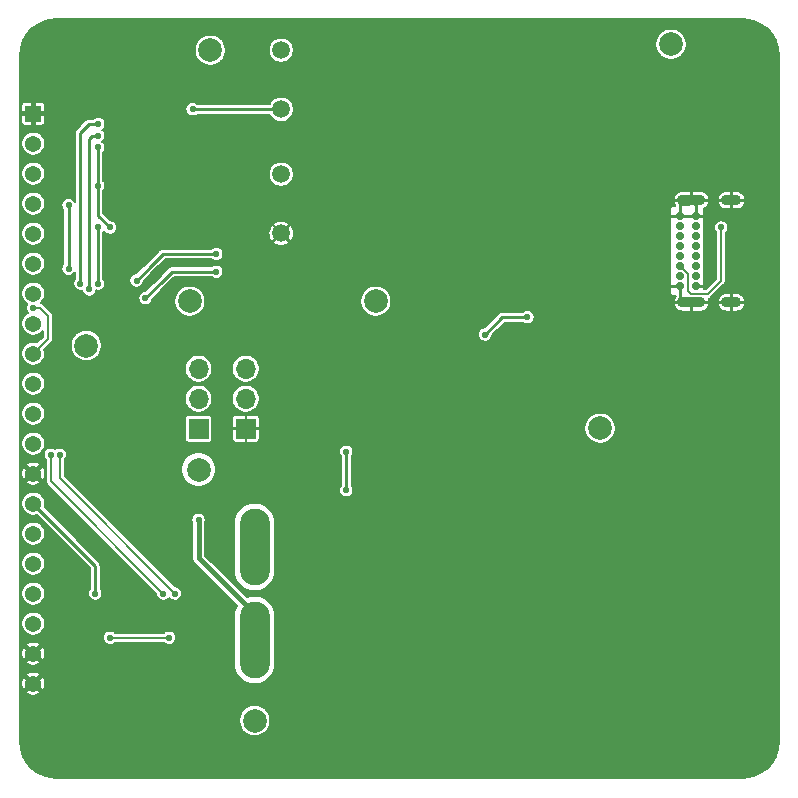
<source format=gbr>
G04 #@! TF.GenerationSoftware,KiCad,Pcbnew,(5.1.8)-1*
G04 #@! TF.CreationDate,2020-11-12T22:50:39-08:00*
G04 #@! TF.ProjectId,IRIS-power,49524953-2d70-46f7-9765-722e6b696361,rev?*
G04 #@! TF.SameCoordinates,Original*
G04 #@! TF.FileFunction,Copper,L2,Bot*
G04 #@! TF.FilePolarity,Positive*
%FSLAX46Y46*%
G04 Gerber Fmt 4.6, Leading zero omitted, Abs format (unit mm)*
G04 Created by KiCad (PCBNEW (5.1.8)-1) date 2020-11-12 22:50:39*
%MOMM*%
%LPD*%
G01*
G04 APERTURE LIST*
G04 #@! TA.AperFunction,ComponentPad*
%ADD10C,1.500000*%
G04 #@! TD*
G04 #@! TA.AperFunction,ComponentPad*
%ADD11C,0.800000*%
G04 #@! TD*
G04 #@! TA.AperFunction,ComponentPad*
%ADD12C,6.400000*%
G04 #@! TD*
G04 #@! TA.AperFunction,ComponentPad*
%ADD13C,1.370000*%
G04 #@! TD*
G04 #@! TA.AperFunction,ComponentPad*
%ADD14R,1.370000X1.370000*%
G04 #@! TD*
G04 #@! TA.AperFunction,ComponentPad*
%ADD15C,2.000000*%
G04 #@! TD*
G04 #@! TA.AperFunction,ComponentPad*
%ADD16O,2.540000X6.502400*%
G04 #@! TD*
G04 #@! TA.AperFunction,ComponentPad*
%ADD17R,1.700000X1.700000*%
G04 #@! TD*
G04 #@! TA.AperFunction,ComponentPad*
%ADD18O,1.700000X1.700000*%
G04 #@! TD*
G04 #@! TA.AperFunction,ComponentPad*
%ADD19C,0.700000*%
G04 #@! TD*
G04 #@! TA.AperFunction,ComponentPad*
%ADD20O,2.400000X0.900000*%
G04 #@! TD*
G04 #@! TA.AperFunction,ComponentPad*
%ADD21O,1.700000X0.900000*%
G04 #@! TD*
G04 #@! TA.AperFunction,ViaPad*
%ADD22C,0.558800*%
G04 #@! TD*
G04 #@! TA.AperFunction,Conductor*
%ADD23C,0.250000*%
G04 #@! TD*
G04 #@! TA.AperFunction,Conductor*
%ADD24C,0.200000*%
G04 #@! TD*
G04 #@! TA.AperFunction,Conductor*
%ADD25C,0.160000*%
G04 #@! TD*
G04 #@! TA.AperFunction,Conductor*
%ADD26C,0.400000*%
G04 #@! TD*
G04 #@! TA.AperFunction,Conductor*
%ADD27C,0.154000*%
G04 #@! TD*
G04 #@! TA.AperFunction,Conductor*
%ADD28C,0.100000*%
G04 #@! TD*
G04 APERTURE END LIST*
D10*
X22500000Y29500000D03*
X22500000Y24500000D03*
X22500000Y19000000D03*
X22500000Y14000000D03*
D11*
X5900000Y29000000D03*
D12*
X3500000Y29000000D03*
D11*
X3500000Y26600000D03*
X1802944Y30697056D03*
X1802944Y27302944D03*
X1100000Y29000000D03*
X3500000Y31400000D03*
X5197056Y27302944D03*
X5197056Y30697056D03*
X63900000Y29000000D03*
D12*
X61500000Y29000000D03*
D11*
X61500000Y26600000D03*
X59802944Y30697056D03*
X59802944Y27302944D03*
X59100000Y29000000D03*
X61500000Y31400000D03*
X63197056Y27302944D03*
X63197056Y30697056D03*
X63900000Y-29000000D03*
D12*
X61500000Y-29000000D03*
D11*
X61500000Y-31400000D03*
X59802944Y-27302944D03*
X59802944Y-30697056D03*
X59100000Y-29000000D03*
X61500000Y-26600000D03*
X63197056Y-30697056D03*
X63197056Y-27302944D03*
X5900000Y-29000000D03*
X1802944Y-30697056D03*
D12*
X3500000Y-29000000D03*
D11*
X3500000Y-26600000D03*
X5197056Y-27302944D03*
X1100000Y-29000000D03*
X1802944Y-27302944D03*
X5197056Y-30697056D03*
X3500000Y-31400000D03*
D13*
X1500000Y-13970000D03*
X1500000Y-16510000D03*
X1500000Y-3810000D03*
X1500000Y11430000D03*
X1500000Y8890000D03*
X1500000Y1270000D03*
X1500000Y19050000D03*
X1500000Y-1270000D03*
X1500000Y-11430000D03*
D14*
X1500000Y24130000D03*
D13*
X1500000Y13970000D03*
X1500000Y3810000D03*
X1500000Y-8890000D03*
X1500000Y-19050000D03*
X1500000Y-24130000D03*
X1500000Y-6350000D03*
X1500000Y6350000D03*
X1500000Y-21590000D03*
X1500000Y21590000D03*
X1500000Y16510000D03*
D15*
X38480000Y-9100000D03*
X38480000Y-23900000D03*
D16*
X20250000Y-12563000D03*
X20250000Y-20437000D03*
D15*
X20250000Y-27250000D03*
D17*
X15500000Y-2540000D03*
D18*
X15500000Y0D03*
X15500000Y2540000D03*
X19500000Y2540000D03*
X19500000Y0D03*
D17*
X19500000Y-2540000D03*
D15*
X49500000Y-2500000D03*
X30500000Y8250000D03*
X15500000Y-6000000D03*
X14750000Y8250000D03*
X6000000Y4500000D03*
X16500000Y29500000D03*
X55500000Y30000000D03*
D19*
X56250000Y9500000D03*
X56250000Y10350000D03*
X56250000Y11200000D03*
X56250000Y12050000D03*
X56250000Y12900000D03*
X56250000Y13750000D03*
X56250000Y14600000D03*
X56250000Y15450000D03*
X57600000Y10350000D03*
X57600000Y12050000D03*
X57600000Y11200000D03*
X57600000Y9500000D03*
X57600000Y13750000D03*
X57600000Y14600000D03*
X57600000Y15450000D03*
X57600000Y12900000D03*
D20*
X57230000Y8150000D03*
X57230000Y16800000D03*
D21*
X60610000Y8150000D03*
X60610000Y16800000D03*
D22*
X54750000Y-2500000D03*
X58750000Y-2500000D03*
X57750000Y-1500000D03*
X57750000Y-2500000D03*
X57750000Y-3500000D03*
X56750000Y-3500000D03*
X55750000Y-3500000D03*
X55750000Y-2500000D03*
X55750000Y-1500000D03*
X56750000Y-1500000D03*
X10750000Y18000000D03*
X11750000Y18000000D03*
X12750000Y18000000D03*
X12750000Y19000000D03*
X12750000Y20000000D03*
X11750000Y20000000D03*
X10750000Y20000000D03*
X10750000Y19000000D03*
X11750000Y19000000D03*
X17500000Y-27500000D03*
X20000000Y-30000000D03*
X22500000Y-27500000D03*
X25000000Y-30000000D03*
X27500000Y-27500000D03*
X30000000Y-30000000D03*
X32500000Y-27500000D03*
X35000000Y-30000000D03*
X37500000Y-27500000D03*
X40000000Y-30000000D03*
X42500000Y-27500000D03*
X45000000Y-30000000D03*
X47500000Y-27500000D03*
X50000000Y-30000000D03*
X52500000Y-27500000D03*
X55000000Y-30000000D03*
X50000000Y-25000000D03*
X45000000Y-25000000D03*
X40000000Y-25000000D03*
X35000000Y-25000000D03*
X30000000Y-25000000D03*
X25000000Y-25000000D03*
X55000000Y-25000000D03*
X60000000Y-25000000D03*
X57500000Y-27500000D03*
X45000000Y30000000D03*
X40000000Y30000000D03*
X35000000Y30000000D03*
X37500000Y27500000D03*
X42500000Y27500000D03*
X47500000Y27500000D03*
X50000000Y30000000D03*
X50000000Y25000000D03*
X45000000Y25000000D03*
X40000000Y25000000D03*
X35000000Y25000000D03*
X37500000Y22500000D03*
X42500000Y22500000D03*
X47500000Y22500000D03*
X50000000Y20000000D03*
X45000000Y20000000D03*
X40000000Y20000000D03*
X35000000Y20000000D03*
X37500000Y17500000D03*
X42500000Y17500000D03*
X47500000Y17500000D03*
X32500000Y17500000D03*
X32500000Y22500000D03*
X32500000Y27500000D03*
X27500000Y27500000D03*
X25000000Y25000000D03*
X25000000Y-15000000D03*
X25000000Y-10000000D03*
X27500000Y-12500000D03*
X30000000Y-10000000D03*
X30000000Y-15000000D03*
X32500000Y-12500000D03*
X35000000Y-15000000D03*
X35000000Y-10000000D03*
X37500000Y-12500000D03*
X40000000Y-10000000D03*
X40000000Y-15000000D03*
X42500000Y-12500000D03*
X45000000Y-10000000D03*
X45000000Y-15000000D03*
X47500000Y-12500000D03*
X50000000Y-10000000D03*
X15000000Y-30000000D03*
X56750000Y-2500000D03*
X50000000Y15000000D03*
X8000000Y10250000D03*
X9500000Y9250000D03*
X10000000Y-30000000D03*
X12500000Y-27500000D03*
X15000000Y-25000000D03*
X30000000Y20000000D03*
X27500000Y22500000D03*
X30000000Y25000000D03*
X30000000Y30000000D03*
X25000000Y30000000D03*
X45000000Y15000000D03*
X40000000Y15000000D03*
X35000000Y15000000D03*
X30000000Y15000000D03*
X25000000Y15000000D03*
X27500000Y17500000D03*
X25000000Y20000000D03*
X32500000Y12500000D03*
X37500000Y12500000D03*
X42500000Y12500000D03*
X47500000Y12500000D03*
X17500000Y-1500000D03*
X17500000Y-4000000D03*
X21250000Y-4000000D03*
X9750000Y12750000D03*
X4750000Y-3000000D03*
X4750000Y-1000000D03*
X4750000Y1500000D03*
X8000000Y500000D03*
X9500000Y7500000D03*
X10000000Y30000000D03*
X10000000Y25000000D03*
X12500000Y27500000D03*
X7500000Y27500000D03*
X22500000Y27500000D03*
X20000000Y15000000D03*
X22500000Y17500000D03*
X30000000Y5000000D03*
X25000000Y5000000D03*
X20000000Y5000000D03*
X15000000Y5000000D03*
X35000000Y5000000D03*
X25000000Y11500000D03*
X20000000Y11500000D03*
X9500000Y-2000000D03*
X5250000Y-6500000D03*
X3250000Y-8500000D03*
X7750000Y-21500000D03*
X7750000Y-22750000D03*
X7750000Y-24000000D03*
X7750000Y-25250000D03*
X9000000Y-25250000D03*
X10250000Y-25250000D03*
X8500000Y-14500000D03*
X11500000Y-11500000D03*
X14500000Y-8500000D03*
X5500000Y-17500000D03*
X5500000Y-11250000D03*
X7500000Y-9250000D03*
X3500000Y-13250000D03*
X8500000Y2500000D03*
X50000000Y-15000000D03*
X52500000Y-12500000D03*
X55000000Y-10000000D03*
X55000000Y-15000000D03*
X60750000Y-2500000D03*
X51250000Y-2500000D03*
X56750000Y1750000D03*
X57250000Y-6750000D03*
X55750000Y-6750000D03*
X45000000Y-5000000D03*
X45000000Y0D03*
X47500000Y-7500000D03*
X47500000Y-2500000D03*
X52500000Y12500000D03*
X53500000Y4500000D03*
X56500000Y4500000D03*
X59500000Y4500000D03*
X62500000Y4500000D03*
X62500000Y12500000D03*
X55000000Y25000000D03*
X59000000Y12500000D03*
X52500000Y27500000D03*
X52500000Y17500000D03*
X35000000Y10000000D03*
X40000000Y10000000D03*
X45000000Y10000000D03*
X29000000Y-2000000D03*
X25250000Y-2500000D03*
X47500000Y2500000D03*
X7000000Y21279400D03*
X8000000Y14500000D03*
X7000000Y18020600D03*
X15000000Y24500000D03*
X6750000Y-16500000D03*
X8000000Y-20250000D03*
X13000000Y-20250000D03*
X1500000Y7675597D03*
X2991197Y-4750000D03*
X12500000Y-16500000D03*
X13500000Y-16500000D03*
X3750000Y-4750000D03*
X7000000Y9750000D03*
X7000000Y14500000D03*
X17000000Y10750000D03*
X11000000Y8500000D03*
X5500000Y9750000D03*
X7000000Y23250000D03*
X7000000Y22250000D03*
X6250000Y9250000D03*
X59750000Y14500000D03*
X39750000Y5425000D03*
X43350000Y6900000D03*
X4500000Y16375000D03*
X10250000Y10000000D03*
X4500000Y11000000D03*
X17000000Y12250000D03*
X15500000Y-10250000D03*
X28000000Y-4500000D03*
X28000000Y-7750000D03*
D23*
X57600000Y15450000D02*
X58950000Y15450000D01*
X56250000Y15450000D02*
X54800000Y15450000D01*
X56250000Y9500000D02*
X55000000Y9500000D01*
X57600000Y9500000D02*
X58356520Y9500000D01*
X58356520Y9500000D02*
X58678260Y9821740D01*
X56250000Y15450000D02*
X57600000Y15450000D01*
X56250000Y15450000D02*
X56250000Y16500000D01*
X56930000Y16500000D02*
X57230000Y16800000D01*
X56250000Y16500000D02*
X56930000Y16500000D01*
X57600000Y16430000D02*
X57230000Y16800000D01*
X57600000Y15450000D02*
X57600000Y16430000D01*
X56250000Y9500000D02*
X56250000Y8500000D01*
X56600000Y8150000D02*
X56250000Y8500000D01*
X57230000Y8150000D02*
X56600000Y8150000D01*
X7000000Y21279400D02*
X7000000Y20000000D01*
X7000000Y20000000D02*
X7000000Y16250000D01*
X7000000Y16250000D02*
X7000000Y15500000D01*
X7000000Y15500000D02*
X8000000Y14500000D01*
X15000000Y24500000D02*
X22500000Y24500000D01*
X6750000Y-14140000D02*
X1500000Y-8890000D01*
X6750000Y-16500000D02*
X6750000Y-14140000D01*
D24*
X8000000Y-20250000D02*
X13000000Y-20250000D01*
X1500000Y7675597D02*
X2074403Y7675597D01*
X2074403Y7675597D02*
X2750000Y7000000D01*
X2750000Y5060000D02*
X1500000Y3810000D01*
X2750000Y7000000D02*
X2750000Y5060000D01*
X2991197Y-6991197D02*
X2991197Y-4750000D01*
X12500000Y-16500000D02*
X2991197Y-6991197D01*
X13500000Y-16500000D02*
X3750000Y-6750000D01*
X3750000Y-6750000D02*
X3750000Y-4750000D01*
D23*
X7000000Y14000000D02*
X7000000Y14500000D01*
X7000000Y9750000D02*
X7000000Y14500000D01*
X12750000Y10250000D02*
X13250000Y10750000D01*
X13250000Y10750000D02*
X17000000Y10750000D01*
X12500000Y10000000D02*
X12750000Y10250000D01*
X12500000Y10000000D02*
X11000000Y8500000D01*
X6250000Y23250000D02*
X5500000Y22500000D01*
X7000000Y23250000D02*
X6250000Y23250000D01*
X5500000Y22500000D02*
X5500000Y15750000D01*
X5500000Y15750000D02*
X5500000Y9750000D01*
X6500000Y22250000D02*
X7000000Y22250000D01*
X6250000Y10250000D02*
X6250000Y22000000D01*
X6250000Y22000000D02*
X6500000Y22250000D01*
X6250000Y10250000D02*
X6250000Y9250000D01*
D25*
X59750000Y10250000D02*
X59750000Y14500000D01*
X59750000Y10000000D02*
X59750000Y10250000D01*
X58625000Y8875000D02*
X59750000Y10000000D01*
X57200000Y8875000D02*
X58625000Y8875000D01*
X56925000Y9150000D02*
X57200000Y8875000D01*
X56925000Y10525000D02*
X56925000Y9150000D01*
X56250000Y11200000D02*
X56925000Y10525000D01*
D23*
X39750000Y5425000D02*
X41225000Y6900000D01*
X43350000Y6900000D02*
X41400000Y6900000D01*
X41225000Y6900000D02*
X41400000Y6900000D01*
X4500000Y16375000D02*
X4500000Y15500000D01*
X4500000Y15500000D02*
X4500000Y11000000D01*
X11500000Y11250000D02*
X10250000Y10000000D01*
X12500000Y12250000D02*
X12250000Y12000000D01*
X17000000Y12250000D02*
X12500000Y12250000D01*
X11500000Y11250000D02*
X12250000Y12000000D01*
D26*
X20250000Y-18250000D02*
X20250000Y-20437000D01*
X15500000Y-13500000D02*
X20250000Y-18250000D01*
X15500000Y-10250000D02*
X15500000Y-13500000D01*
D23*
X28000000Y-4500000D02*
X28000000Y-7750000D01*
D27*
X62106246Y32061749D02*
X62689392Y31885687D01*
X63227241Y31599707D01*
X63699297Y31214709D01*
X64087585Y30745350D01*
X64377312Y30209512D01*
X64557442Y29627606D01*
X64622983Y29004022D01*
X64623000Y28999264D01*
X64623001Y-28981548D01*
X64561749Y-29606241D01*
X64385686Y-30189392D01*
X64099707Y-30727240D01*
X63714709Y-31199297D01*
X63245347Y-31587586D01*
X62709510Y-31877312D01*
X62127604Y-32057442D01*
X61504022Y-32122983D01*
X61499264Y-32123000D01*
X3518441Y-32123000D01*
X2893759Y-32061749D01*
X2310608Y-31885686D01*
X1772760Y-31599707D01*
X1300703Y-31214709D01*
X912414Y-30745347D01*
X622688Y-30209510D01*
X442558Y-29627604D01*
X377017Y-29004022D01*
X377000Y-28999264D01*
X377000Y-27119302D01*
X18923000Y-27119302D01*
X18923000Y-27380698D01*
X18973996Y-27637072D01*
X19074028Y-27878570D01*
X19219252Y-28095913D01*
X19404087Y-28280748D01*
X19621430Y-28425972D01*
X19862928Y-28526004D01*
X20119302Y-28577000D01*
X20380698Y-28577000D01*
X20637072Y-28526004D01*
X20878570Y-28425972D01*
X21095913Y-28280748D01*
X21280748Y-28095913D01*
X21425972Y-27878570D01*
X21526004Y-27637072D01*
X21577000Y-27380698D01*
X21577000Y-27119302D01*
X21526004Y-26862928D01*
X21425972Y-26621430D01*
X21280748Y-26404087D01*
X21095913Y-26219252D01*
X20878570Y-26074028D01*
X20637072Y-25973996D01*
X20380698Y-25923000D01*
X20119302Y-25923000D01*
X19862928Y-25973996D01*
X19621430Y-26074028D01*
X19404087Y-26219252D01*
X19219252Y-26404087D01*
X19074028Y-26621430D01*
X18973996Y-26862928D01*
X18923000Y-27119302D01*
X377000Y-27119302D01*
X377000Y-24872478D01*
X931470Y-24872478D01*
X1006180Y-25018944D01*
X1189093Y-25098202D01*
X1383954Y-25140253D01*
X1583274Y-25143481D01*
X1779394Y-25107761D01*
X1964778Y-25034467D01*
X1993820Y-25018944D01*
X2068530Y-24872478D01*
X1500000Y-24303948D01*
X931470Y-24872478D01*
X377000Y-24872478D01*
X377000Y-24213274D01*
X486519Y-24213274D01*
X522239Y-24409394D01*
X595533Y-24594778D01*
X611056Y-24623820D01*
X757522Y-24698530D01*
X1326052Y-24130000D01*
X1673948Y-24130000D01*
X2242478Y-24698530D01*
X2388944Y-24623820D01*
X2468202Y-24440907D01*
X2510253Y-24246046D01*
X2513481Y-24046726D01*
X2477761Y-23850606D01*
X2404467Y-23665222D01*
X2388944Y-23636180D01*
X2242478Y-23561470D01*
X1673948Y-24130000D01*
X1326052Y-24130000D01*
X757522Y-23561470D01*
X611056Y-23636180D01*
X531798Y-23819093D01*
X489747Y-24013954D01*
X486519Y-24213274D01*
X377000Y-24213274D01*
X377000Y-23387522D01*
X931470Y-23387522D01*
X1500000Y-23956052D01*
X2068530Y-23387522D01*
X1993820Y-23241056D01*
X1810907Y-23161798D01*
X1616046Y-23119747D01*
X1416726Y-23116519D01*
X1220606Y-23152239D01*
X1035222Y-23225533D01*
X1006180Y-23241056D01*
X931470Y-23387522D01*
X377000Y-23387522D01*
X377000Y-22332478D01*
X931470Y-22332478D01*
X1006180Y-22478944D01*
X1189093Y-22558202D01*
X1383954Y-22600253D01*
X1583274Y-22603481D01*
X1779394Y-22567761D01*
X1964778Y-22494467D01*
X1993820Y-22478944D01*
X2068530Y-22332478D01*
X1500000Y-21763948D01*
X931470Y-22332478D01*
X377000Y-22332478D01*
X377000Y-21673274D01*
X486519Y-21673274D01*
X522239Y-21869394D01*
X595533Y-22054778D01*
X611056Y-22083820D01*
X757522Y-22158530D01*
X1326052Y-21590000D01*
X1673948Y-21590000D01*
X2242478Y-22158530D01*
X2388944Y-22083820D01*
X2468202Y-21900907D01*
X2510253Y-21706046D01*
X2513481Y-21506726D01*
X2477761Y-21310606D01*
X2404467Y-21125222D01*
X2388944Y-21096180D01*
X2242478Y-21021470D01*
X1673948Y-21590000D01*
X1326052Y-21590000D01*
X757522Y-21021470D01*
X611056Y-21096180D01*
X531798Y-21279093D01*
X489747Y-21473954D01*
X486519Y-21673274D01*
X377000Y-21673274D01*
X377000Y-20847522D01*
X931470Y-20847522D01*
X1500000Y-21416052D01*
X2068530Y-20847522D01*
X1993820Y-20701056D01*
X1810907Y-20621798D01*
X1616046Y-20579747D01*
X1416726Y-20576519D01*
X1220606Y-20612239D01*
X1035222Y-20685533D01*
X1006180Y-20701056D01*
X931470Y-20847522D01*
X377000Y-20847522D01*
X377000Y-20190275D01*
X7393600Y-20190275D01*
X7393600Y-20309725D01*
X7416904Y-20426880D01*
X7462615Y-20537238D01*
X7528978Y-20636557D01*
X7613443Y-20721022D01*
X7712762Y-20787385D01*
X7823120Y-20833096D01*
X7940275Y-20856400D01*
X8059725Y-20856400D01*
X8176880Y-20833096D01*
X8287238Y-20787385D01*
X8386557Y-20721022D01*
X8430579Y-20677000D01*
X12569421Y-20677000D01*
X12613443Y-20721022D01*
X12712762Y-20787385D01*
X12823120Y-20833096D01*
X12940275Y-20856400D01*
X13059725Y-20856400D01*
X13176880Y-20833096D01*
X13287238Y-20787385D01*
X13386557Y-20721022D01*
X13471022Y-20636557D01*
X13537385Y-20537238D01*
X13583096Y-20426880D01*
X13606400Y-20309725D01*
X13606400Y-20190275D01*
X13583096Y-20073120D01*
X13537385Y-19962762D01*
X13471022Y-19863443D01*
X13386557Y-19778978D01*
X13287238Y-19712615D01*
X13176880Y-19666904D01*
X13059725Y-19643600D01*
X12940275Y-19643600D01*
X12823120Y-19666904D01*
X12712762Y-19712615D01*
X12613443Y-19778978D01*
X12569421Y-19823000D01*
X8430579Y-19823000D01*
X8386557Y-19778978D01*
X8287238Y-19712615D01*
X8176880Y-19666904D01*
X8059725Y-19643600D01*
X7940275Y-19643600D01*
X7823120Y-19666904D01*
X7712762Y-19712615D01*
X7613443Y-19778978D01*
X7528978Y-19863443D01*
X7462615Y-19962762D01*
X7416904Y-20073120D01*
X7393600Y-20190275D01*
X377000Y-20190275D01*
X377000Y-18950327D01*
X488000Y-18950327D01*
X488000Y-19149673D01*
X526890Y-19345190D01*
X603177Y-19529362D01*
X713928Y-19695113D01*
X854887Y-19836072D01*
X1020638Y-19946823D01*
X1204810Y-20023110D01*
X1400327Y-20062000D01*
X1599673Y-20062000D01*
X1795190Y-20023110D01*
X1979362Y-19946823D01*
X2145113Y-19836072D01*
X2286072Y-19695113D01*
X2396823Y-19529362D01*
X2473110Y-19345190D01*
X2512000Y-19149673D01*
X2512000Y-18950327D01*
X2473110Y-18754810D01*
X2396823Y-18570638D01*
X2286072Y-18404887D01*
X2145113Y-18263928D01*
X1979362Y-18153177D01*
X1795190Y-18076890D01*
X1599673Y-18038000D01*
X1400327Y-18038000D01*
X1204810Y-18076890D01*
X1020638Y-18153177D01*
X854887Y-18263928D01*
X713928Y-18404887D01*
X603177Y-18570638D01*
X526890Y-18754810D01*
X488000Y-18950327D01*
X377000Y-18950327D01*
X377000Y-16410327D01*
X488000Y-16410327D01*
X488000Y-16609673D01*
X526890Y-16805190D01*
X603177Y-16989362D01*
X713928Y-17155113D01*
X854887Y-17296072D01*
X1020638Y-17406823D01*
X1204810Y-17483110D01*
X1400327Y-17522000D01*
X1599673Y-17522000D01*
X1795190Y-17483110D01*
X1979362Y-17406823D01*
X2145113Y-17296072D01*
X2286072Y-17155113D01*
X2396823Y-16989362D01*
X2473110Y-16805190D01*
X2512000Y-16609673D01*
X2512000Y-16410327D01*
X2473110Y-16214810D01*
X2396823Y-16030638D01*
X2286072Y-15864887D01*
X2145113Y-15723928D01*
X1979362Y-15613177D01*
X1795190Y-15536890D01*
X1599673Y-15498000D01*
X1400327Y-15498000D01*
X1204810Y-15536890D01*
X1020638Y-15613177D01*
X854887Y-15723928D01*
X713928Y-15864887D01*
X603177Y-16030638D01*
X526890Y-16214810D01*
X488000Y-16410327D01*
X377000Y-16410327D01*
X377000Y-13870327D01*
X488000Y-13870327D01*
X488000Y-14069673D01*
X526890Y-14265190D01*
X603177Y-14449362D01*
X713928Y-14615113D01*
X854887Y-14756072D01*
X1020638Y-14866823D01*
X1204810Y-14943110D01*
X1400327Y-14982000D01*
X1599673Y-14982000D01*
X1795190Y-14943110D01*
X1979362Y-14866823D01*
X2145113Y-14756072D01*
X2286072Y-14615113D01*
X2396823Y-14449362D01*
X2473110Y-14265190D01*
X2512000Y-14069673D01*
X2512000Y-13870327D01*
X2473110Y-13674810D01*
X2396823Y-13490638D01*
X2286072Y-13324887D01*
X2145113Y-13183928D01*
X1979362Y-13073177D01*
X1795190Y-12996890D01*
X1599673Y-12958000D01*
X1400327Y-12958000D01*
X1204810Y-12996890D01*
X1020638Y-13073177D01*
X854887Y-13183928D01*
X713928Y-13324887D01*
X603177Y-13490638D01*
X526890Y-13674810D01*
X488000Y-13870327D01*
X377000Y-13870327D01*
X377000Y-11330327D01*
X488000Y-11330327D01*
X488000Y-11529673D01*
X526890Y-11725190D01*
X603177Y-11909362D01*
X713928Y-12075113D01*
X854887Y-12216072D01*
X1020638Y-12326823D01*
X1204810Y-12403110D01*
X1400327Y-12442000D01*
X1599673Y-12442000D01*
X1795190Y-12403110D01*
X1979362Y-12326823D01*
X2145113Y-12216072D01*
X2286072Y-12075113D01*
X2396823Y-11909362D01*
X2473110Y-11725190D01*
X2512000Y-11529673D01*
X2512000Y-11330327D01*
X2473110Y-11134810D01*
X2396823Y-10950638D01*
X2286072Y-10784887D01*
X2145113Y-10643928D01*
X1979362Y-10533177D01*
X1795190Y-10456890D01*
X1599673Y-10418000D01*
X1400327Y-10418000D01*
X1204810Y-10456890D01*
X1020638Y-10533177D01*
X854887Y-10643928D01*
X713928Y-10784887D01*
X603177Y-10950638D01*
X526890Y-11134810D01*
X488000Y-11330327D01*
X377000Y-11330327D01*
X377000Y-8790327D01*
X488000Y-8790327D01*
X488000Y-8989673D01*
X526890Y-9185190D01*
X603177Y-9369362D01*
X713928Y-9535113D01*
X854887Y-9676072D01*
X1020638Y-9786823D01*
X1204810Y-9863110D01*
X1400327Y-9902000D01*
X1599673Y-9902000D01*
X1795190Y-9863110D01*
X1822553Y-9851776D01*
X6298001Y-14327226D01*
X6298000Y-16094421D01*
X6278978Y-16113443D01*
X6212615Y-16212762D01*
X6166904Y-16323120D01*
X6143600Y-16440275D01*
X6143600Y-16559725D01*
X6166904Y-16676880D01*
X6212615Y-16787238D01*
X6278978Y-16886557D01*
X6363443Y-16971022D01*
X6462762Y-17037385D01*
X6573120Y-17083096D01*
X6690275Y-17106400D01*
X6809725Y-17106400D01*
X6926880Y-17083096D01*
X7037238Y-17037385D01*
X7136557Y-16971022D01*
X7221022Y-16886557D01*
X7287385Y-16787238D01*
X7333096Y-16676880D01*
X7356400Y-16559725D01*
X7356400Y-16440275D01*
X7333096Y-16323120D01*
X7287385Y-16212762D01*
X7221022Y-16113443D01*
X7202000Y-16094421D01*
X7202000Y-14162204D01*
X7204187Y-14139999D01*
X7195460Y-14051392D01*
X7185747Y-14019374D01*
X7169614Y-13966190D01*
X7127643Y-13887667D01*
X7071159Y-13818841D01*
X7053911Y-13804686D01*
X2461776Y-9212553D01*
X2473110Y-9185190D01*
X2512000Y-8989673D01*
X2512000Y-8790327D01*
X2473110Y-8594810D01*
X2396823Y-8410638D01*
X2286072Y-8244887D01*
X2145113Y-8103928D01*
X1979362Y-7993177D01*
X1795190Y-7916890D01*
X1599673Y-7878000D01*
X1400327Y-7878000D01*
X1204810Y-7916890D01*
X1020638Y-7993177D01*
X854887Y-8103928D01*
X713928Y-8244887D01*
X603177Y-8410638D01*
X526890Y-8594810D01*
X488000Y-8790327D01*
X377000Y-8790327D01*
X377000Y-7092478D01*
X931470Y-7092478D01*
X1006180Y-7238944D01*
X1189093Y-7318202D01*
X1383954Y-7360253D01*
X1583274Y-7363481D01*
X1779394Y-7327761D01*
X1964778Y-7254467D01*
X1993820Y-7238944D01*
X2068530Y-7092478D01*
X1500000Y-6523948D01*
X931470Y-7092478D01*
X377000Y-7092478D01*
X377000Y-6433274D01*
X486519Y-6433274D01*
X522239Y-6629394D01*
X595533Y-6814778D01*
X611056Y-6843820D01*
X757522Y-6918530D01*
X1326052Y-6350000D01*
X1673948Y-6350000D01*
X2242478Y-6918530D01*
X2388944Y-6843820D01*
X2468202Y-6660907D01*
X2510253Y-6466046D01*
X2513481Y-6266726D01*
X2477761Y-6070606D01*
X2404467Y-5885222D01*
X2388944Y-5856180D01*
X2242478Y-5781470D01*
X1673948Y-6350000D01*
X1326052Y-6350000D01*
X757522Y-5781470D01*
X611056Y-5856180D01*
X531798Y-6039093D01*
X489747Y-6233954D01*
X486519Y-6433274D01*
X377000Y-6433274D01*
X377000Y-5607522D01*
X931470Y-5607522D01*
X1500000Y-6176052D01*
X2068530Y-5607522D01*
X1993820Y-5461056D01*
X1810907Y-5381798D01*
X1616046Y-5339747D01*
X1416726Y-5336519D01*
X1220606Y-5372239D01*
X1035222Y-5445533D01*
X1006180Y-5461056D01*
X931470Y-5607522D01*
X377000Y-5607522D01*
X377000Y-3710327D01*
X488000Y-3710327D01*
X488000Y-3909673D01*
X526890Y-4105190D01*
X603177Y-4289362D01*
X713928Y-4455113D01*
X854887Y-4596072D01*
X1020638Y-4706823D01*
X1204810Y-4783110D01*
X1400327Y-4822000D01*
X1599673Y-4822000D01*
X1795190Y-4783110D01*
X1979362Y-4706823D01*
X2004127Y-4690275D01*
X2384797Y-4690275D01*
X2384797Y-4809725D01*
X2408101Y-4926880D01*
X2453812Y-5037238D01*
X2520175Y-5136557D01*
X2564198Y-5180580D01*
X2564197Y-6970230D01*
X2562132Y-6991197D01*
X2564197Y-7012164D01*
X2564197Y-7012174D01*
X2570375Y-7074903D01*
X2594792Y-7155392D01*
X2607446Y-7179066D01*
X2634442Y-7229573D01*
X2674429Y-7278297D01*
X2687802Y-7294592D01*
X2704097Y-7307965D01*
X11893600Y-16497470D01*
X11893600Y-16559725D01*
X11916904Y-16676880D01*
X11962615Y-16787238D01*
X12028978Y-16886557D01*
X12113443Y-16971022D01*
X12212762Y-17037385D01*
X12323120Y-17083096D01*
X12440275Y-17106400D01*
X12559725Y-17106400D01*
X12676880Y-17083096D01*
X12787238Y-17037385D01*
X12886557Y-16971022D01*
X12971022Y-16886557D01*
X13000000Y-16843188D01*
X13028978Y-16886557D01*
X13113443Y-16971022D01*
X13212762Y-17037385D01*
X13323120Y-17083096D01*
X13440275Y-17106400D01*
X13559725Y-17106400D01*
X13676880Y-17083096D01*
X13787238Y-17037385D01*
X13886557Y-16971022D01*
X13971022Y-16886557D01*
X14037385Y-16787238D01*
X14083096Y-16676880D01*
X14106400Y-16559725D01*
X14106400Y-16440275D01*
X14083096Y-16323120D01*
X14037385Y-16212762D01*
X13971022Y-16113443D01*
X13886557Y-16028978D01*
X13787238Y-15962615D01*
X13676880Y-15916904D01*
X13559725Y-15893600D01*
X13497470Y-15893600D01*
X7794144Y-10190275D01*
X14893600Y-10190275D01*
X14893600Y-10309725D01*
X14916904Y-10426880D01*
X14962615Y-10537238D01*
X14973000Y-10552780D01*
X14973001Y-13474109D01*
X14970451Y-13500000D01*
X14980626Y-13603309D01*
X15010761Y-13702649D01*
X15059696Y-13794201D01*
X15059697Y-13794202D01*
X15125553Y-13874448D01*
X15145662Y-13890951D01*
X18771181Y-17516471D01*
X18628175Y-17784018D01*
X18528280Y-18113328D01*
X18503001Y-18369987D01*
X18503000Y-22504012D01*
X18528279Y-22760671D01*
X18628174Y-23089981D01*
X18790395Y-23393476D01*
X19008708Y-23659492D01*
X19274723Y-23877805D01*
X19578218Y-24040026D01*
X19907528Y-24139921D01*
X20250000Y-24173652D01*
X20592471Y-24139921D01*
X20921781Y-24040026D01*
X21225276Y-23877805D01*
X21491292Y-23659492D01*
X21709605Y-23393477D01*
X21871826Y-23089982D01*
X21971721Y-22760672D01*
X21997000Y-22504013D01*
X21997000Y-18369987D01*
X21971721Y-18113328D01*
X21871826Y-17784018D01*
X21709605Y-17480523D01*
X21491292Y-17214508D01*
X21225277Y-16996195D01*
X20921782Y-16833974D01*
X20592472Y-16734079D01*
X20250000Y-16700348D01*
X19907529Y-16734079D01*
X19579021Y-16833731D01*
X17375302Y-14630012D01*
X18503000Y-14630012D01*
X18528279Y-14886671D01*
X18628174Y-15215981D01*
X18790395Y-15519476D01*
X19008708Y-15785492D01*
X19274723Y-16003805D01*
X19578218Y-16166026D01*
X19907528Y-16265921D01*
X20250000Y-16299652D01*
X20592471Y-16265921D01*
X20921781Y-16166026D01*
X21225276Y-16003805D01*
X21491292Y-15785492D01*
X21709605Y-15519477D01*
X21871826Y-15215982D01*
X21971721Y-14886672D01*
X21997000Y-14630013D01*
X21997000Y-10495987D01*
X21971721Y-10239328D01*
X21871826Y-9910018D01*
X21709605Y-9606523D01*
X21491292Y-9340508D01*
X21225277Y-9122195D01*
X20921782Y-8959974D01*
X20592472Y-8860079D01*
X20250000Y-8826348D01*
X19907529Y-8860079D01*
X19578219Y-8959974D01*
X19274724Y-9122195D01*
X19008709Y-9340508D01*
X18790396Y-9606523D01*
X18628175Y-9910018D01*
X18528280Y-10239328D01*
X18503001Y-10495987D01*
X18503000Y-14630012D01*
X17375302Y-14630012D01*
X16027000Y-13281711D01*
X16027000Y-10552780D01*
X16037385Y-10537238D01*
X16083096Y-10426880D01*
X16106400Y-10309725D01*
X16106400Y-10190275D01*
X16083096Y-10073120D01*
X16037385Y-9962762D01*
X15971022Y-9863443D01*
X15886557Y-9778978D01*
X15787238Y-9712615D01*
X15676880Y-9666904D01*
X15559725Y-9643600D01*
X15440275Y-9643600D01*
X15323120Y-9666904D01*
X15212762Y-9712615D01*
X15113443Y-9778978D01*
X15028978Y-9863443D01*
X14962615Y-9962762D01*
X14916904Y-10073120D01*
X14893600Y-10190275D01*
X7794144Y-10190275D01*
X4177000Y-6573132D01*
X4177000Y-5854528D01*
X14023000Y-5854528D01*
X14023000Y-6145472D01*
X14079760Y-6430825D01*
X14191099Y-6699622D01*
X14352739Y-6941533D01*
X14558467Y-7147261D01*
X14800378Y-7308901D01*
X15069175Y-7420240D01*
X15354528Y-7477000D01*
X15645472Y-7477000D01*
X15930825Y-7420240D01*
X16199622Y-7308901D01*
X16441533Y-7147261D01*
X16647261Y-6941533D01*
X16808901Y-6699622D01*
X16920240Y-6430825D01*
X16977000Y-6145472D01*
X16977000Y-5854528D01*
X16920240Y-5569175D01*
X16808901Y-5300378D01*
X16647261Y-5058467D01*
X16441533Y-4852739D01*
X16199622Y-4691099D01*
X15930825Y-4579760D01*
X15645472Y-4523000D01*
X15354528Y-4523000D01*
X15069175Y-4579760D01*
X14800378Y-4691099D01*
X14558467Y-4852739D01*
X14352739Y-5058467D01*
X14191099Y-5300378D01*
X14079760Y-5569175D01*
X14023000Y-5854528D01*
X4177000Y-5854528D01*
X4177000Y-5180579D01*
X4221022Y-5136557D01*
X4287385Y-5037238D01*
X4333096Y-4926880D01*
X4356400Y-4809725D01*
X4356400Y-4690275D01*
X4333096Y-4573120D01*
X4287385Y-4462762D01*
X4272360Y-4440275D01*
X27393600Y-4440275D01*
X27393600Y-4559725D01*
X27416904Y-4676880D01*
X27462615Y-4787238D01*
X27528978Y-4886557D01*
X27548000Y-4905579D01*
X27548001Y-7344420D01*
X27528978Y-7363443D01*
X27462615Y-7462762D01*
X27416904Y-7573120D01*
X27393600Y-7690275D01*
X27393600Y-7809725D01*
X27416904Y-7926880D01*
X27462615Y-8037238D01*
X27528978Y-8136557D01*
X27613443Y-8221022D01*
X27712762Y-8287385D01*
X27823120Y-8333096D01*
X27940275Y-8356400D01*
X28059725Y-8356400D01*
X28176880Y-8333096D01*
X28287238Y-8287385D01*
X28386557Y-8221022D01*
X28471022Y-8136557D01*
X28537385Y-8037238D01*
X28583096Y-7926880D01*
X28606400Y-7809725D01*
X28606400Y-7690275D01*
X28583096Y-7573120D01*
X28537385Y-7462762D01*
X28471022Y-7363443D01*
X28452000Y-7344421D01*
X28452000Y-4905579D01*
X28471022Y-4886557D01*
X28537385Y-4787238D01*
X28583096Y-4676880D01*
X28606400Y-4559725D01*
X28606400Y-4440275D01*
X28583096Y-4323120D01*
X28537385Y-4212762D01*
X28471022Y-4113443D01*
X28386557Y-4028978D01*
X28287238Y-3962615D01*
X28176880Y-3916904D01*
X28059725Y-3893600D01*
X27940275Y-3893600D01*
X27823120Y-3916904D01*
X27712762Y-3962615D01*
X27613443Y-4028978D01*
X27528978Y-4113443D01*
X27462615Y-4212762D01*
X27416904Y-4323120D01*
X27393600Y-4440275D01*
X4272360Y-4440275D01*
X4221022Y-4363443D01*
X4136557Y-4278978D01*
X4037238Y-4212615D01*
X3926880Y-4166904D01*
X3809725Y-4143600D01*
X3690275Y-4143600D01*
X3573120Y-4166904D01*
X3462762Y-4212615D01*
X3370599Y-4274197D01*
X3278435Y-4212615D01*
X3168077Y-4166904D01*
X3050922Y-4143600D01*
X2931472Y-4143600D01*
X2814317Y-4166904D01*
X2703959Y-4212615D01*
X2604640Y-4278978D01*
X2520175Y-4363443D01*
X2453812Y-4462762D01*
X2408101Y-4573120D01*
X2384797Y-4690275D01*
X2004127Y-4690275D01*
X2145113Y-4596072D01*
X2286072Y-4455113D01*
X2396823Y-4289362D01*
X2473110Y-4105190D01*
X2512000Y-3909673D01*
X2512000Y-3710327D01*
X2473110Y-3514810D01*
X2396823Y-3330638D01*
X2286072Y-3164887D01*
X2145113Y-3023928D01*
X1979362Y-2913177D01*
X1795190Y-2836890D01*
X1599673Y-2798000D01*
X1400327Y-2798000D01*
X1204810Y-2836890D01*
X1020638Y-2913177D01*
X854887Y-3023928D01*
X713928Y-3164887D01*
X603177Y-3330638D01*
X526890Y-3514810D01*
X488000Y-3710327D01*
X377000Y-3710327D01*
X377000Y-1170327D01*
X488000Y-1170327D01*
X488000Y-1369673D01*
X526890Y-1565190D01*
X603177Y-1749362D01*
X713928Y-1915113D01*
X854887Y-2056072D01*
X1020638Y-2166823D01*
X1204810Y-2243110D01*
X1400327Y-2282000D01*
X1599673Y-2282000D01*
X1795190Y-2243110D01*
X1979362Y-2166823D01*
X2145113Y-2056072D01*
X2286072Y-1915113D01*
X2396823Y-1749362D01*
X2421411Y-1690000D01*
X14321418Y-1690000D01*
X14321418Y-3390000D01*
X14327732Y-3454103D01*
X14346430Y-3515743D01*
X14376794Y-3572550D01*
X14417657Y-3622343D01*
X14467450Y-3663206D01*
X14524257Y-3693570D01*
X14585897Y-3712268D01*
X14650000Y-3718582D01*
X16350000Y-3718582D01*
X16414103Y-3712268D01*
X16475743Y-3693570D01*
X16532550Y-3663206D01*
X16582343Y-3622343D01*
X16623206Y-3572550D01*
X16653570Y-3515743D01*
X16672268Y-3454103D01*
X16678582Y-3390000D01*
X18321418Y-3390000D01*
X18327732Y-3454103D01*
X18346430Y-3515743D01*
X18376794Y-3572550D01*
X18417657Y-3622343D01*
X18467450Y-3663206D01*
X18524257Y-3693570D01*
X18585897Y-3712268D01*
X18650000Y-3718582D01*
X19395250Y-3717000D01*
X19477000Y-3635250D01*
X19477000Y-2563000D01*
X19523000Y-2563000D01*
X19523000Y-3635250D01*
X19604750Y-3717000D01*
X20350000Y-3718582D01*
X20414103Y-3712268D01*
X20475743Y-3693570D01*
X20532550Y-3663206D01*
X20582343Y-3622343D01*
X20623206Y-3572550D01*
X20653570Y-3515743D01*
X20672268Y-3454103D01*
X20678582Y-3390000D01*
X20677000Y-2644750D01*
X20595250Y-2563000D01*
X19523000Y-2563000D01*
X19477000Y-2563000D01*
X18404750Y-2563000D01*
X18323000Y-2644750D01*
X18321418Y-3390000D01*
X16678582Y-3390000D01*
X16678582Y-1690000D01*
X18321418Y-1690000D01*
X18323000Y-2435250D01*
X18404750Y-2517000D01*
X19477000Y-2517000D01*
X19477000Y-1444750D01*
X19523000Y-1444750D01*
X19523000Y-2517000D01*
X20595250Y-2517000D01*
X20677000Y-2435250D01*
X20677139Y-2369302D01*
X48173000Y-2369302D01*
X48173000Y-2630698D01*
X48223996Y-2887072D01*
X48324028Y-3128570D01*
X48469252Y-3345913D01*
X48654087Y-3530748D01*
X48871430Y-3675972D01*
X49112928Y-3776004D01*
X49369302Y-3827000D01*
X49630698Y-3827000D01*
X49887072Y-3776004D01*
X50128570Y-3675972D01*
X50345913Y-3530748D01*
X50530748Y-3345913D01*
X50675972Y-3128570D01*
X50776004Y-2887072D01*
X50827000Y-2630698D01*
X50827000Y-2369302D01*
X50776004Y-2112928D01*
X50675972Y-1871430D01*
X50530748Y-1654087D01*
X50345913Y-1469252D01*
X50128570Y-1324028D01*
X49887072Y-1223996D01*
X49630698Y-1173000D01*
X49369302Y-1173000D01*
X49112928Y-1223996D01*
X48871430Y-1324028D01*
X48654087Y-1469252D01*
X48469252Y-1654087D01*
X48324028Y-1871430D01*
X48223996Y-2112928D01*
X48173000Y-2369302D01*
X20677139Y-2369302D01*
X20678582Y-1690000D01*
X20672268Y-1625897D01*
X20653570Y-1564257D01*
X20623206Y-1507450D01*
X20582343Y-1457657D01*
X20532550Y-1416794D01*
X20475743Y-1386430D01*
X20414103Y-1367732D01*
X20350000Y-1361418D01*
X19604750Y-1363000D01*
X19523000Y-1444750D01*
X19477000Y-1444750D01*
X19395250Y-1363000D01*
X18650000Y-1361418D01*
X18585897Y-1367732D01*
X18524257Y-1386430D01*
X18467450Y-1416794D01*
X18417657Y-1457657D01*
X18376794Y-1507450D01*
X18346430Y-1564257D01*
X18327732Y-1625897D01*
X18321418Y-1690000D01*
X16678582Y-1690000D01*
X16672268Y-1625897D01*
X16653570Y-1564257D01*
X16623206Y-1507450D01*
X16582343Y-1457657D01*
X16532550Y-1416794D01*
X16475743Y-1386430D01*
X16414103Y-1367732D01*
X16350000Y-1361418D01*
X14650000Y-1361418D01*
X14585897Y-1367732D01*
X14524257Y-1386430D01*
X14467450Y-1416794D01*
X14417657Y-1457657D01*
X14376794Y-1507450D01*
X14346430Y-1564257D01*
X14327732Y-1625897D01*
X14321418Y-1690000D01*
X2421411Y-1690000D01*
X2473110Y-1565190D01*
X2512000Y-1369673D01*
X2512000Y-1170327D01*
X2473110Y-974810D01*
X2396823Y-790638D01*
X2286072Y-624887D01*
X2145113Y-483928D01*
X1979362Y-373177D01*
X1795190Y-296890D01*
X1599673Y-258000D01*
X1400327Y-258000D01*
X1204810Y-296890D01*
X1020638Y-373177D01*
X854887Y-483928D01*
X713928Y-624887D01*
X603177Y-790638D01*
X526890Y-974810D01*
X488000Y-1170327D01*
X377000Y-1170327D01*
X377000Y115924D01*
X14323000Y115924D01*
X14323000Y-115924D01*
X14368231Y-343318D01*
X14456956Y-557519D01*
X14585764Y-750294D01*
X14749706Y-914236D01*
X14942481Y-1043044D01*
X15156682Y-1131769D01*
X15384076Y-1177000D01*
X15615924Y-1177000D01*
X15843318Y-1131769D01*
X16057519Y-1043044D01*
X16250294Y-914236D01*
X16414236Y-750294D01*
X16543044Y-557519D01*
X16631769Y-343318D01*
X16677000Y-115924D01*
X16677000Y115924D01*
X18323000Y115924D01*
X18323000Y-115924D01*
X18368231Y-343318D01*
X18456956Y-557519D01*
X18585764Y-750294D01*
X18749706Y-914236D01*
X18942481Y-1043044D01*
X19156682Y-1131769D01*
X19384076Y-1177000D01*
X19615924Y-1177000D01*
X19843318Y-1131769D01*
X20057519Y-1043044D01*
X20250294Y-914236D01*
X20414236Y-750294D01*
X20543044Y-557519D01*
X20631769Y-343318D01*
X20677000Y-115924D01*
X20677000Y115924D01*
X20631769Y343318D01*
X20543044Y557519D01*
X20414236Y750294D01*
X20250294Y914236D01*
X20057519Y1043044D01*
X19843318Y1131769D01*
X19615924Y1177000D01*
X19384076Y1177000D01*
X19156682Y1131769D01*
X18942481Y1043044D01*
X18749706Y914236D01*
X18585764Y750294D01*
X18456956Y557519D01*
X18368231Y343318D01*
X18323000Y115924D01*
X16677000Y115924D01*
X16631769Y343318D01*
X16543044Y557519D01*
X16414236Y750294D01*
X16250294Y914236D01*
X16057519Y1043044D01*
X15843318Y1131769D01*
X15615924Y1177000D01*
X15384076Y1177000D01*
X15156682Y1131769D01*
X14942481Y1043044D01*
X14749706Y914236D01*
X14585764Y750294D01*
X14456956Y557519D01*
X14368231Y343318D01*
X14323000Y115924D01*
X377000Y115924D01*
X377000Y1369673D01*
X488000Y1369673D01*
X488000Y1170327D01*
X526890Y974810D01*
X603177Y790638D01*
X713928Y624887D01*
X854887Y483928D01*
X1020638Y373177D01*
X1204810Y296890D01*
X1400327Y258000D01*
X1599673Y258000D01*
X1795190Y296890D01*
X1979362Y373177D01*
X2145113Y483928D01*
X2286072Y624887D01*
X2396823Y790638D01*
X2473110Y974810D01*
X2512000Y1170327D01*
X2512000Y1369673D01*
X2473110Y1565190D01*
X2396823Y1749362D01*
X2286072Y1915113D01*
X2145113Y2056072D01*
X1979362Y2166823D01*
X1795190Y2243110D01*
X1599673Y2282000D01*
X1400327Y2282000D01*
X1204810Y2243110D01*
X1020638Y2166823D01*
X854887Y2056072D01*
X713928Y1915113D01*
X603177Y1749362D01*
X526890Y1565190D01*
X488000Y1369673D01*
X377000Y1369673D01*
X377000Y2655924D01*
X14323000Y2655924D01*
X14323000Y2424076D01*
X14368231Y2196682D01*
X14456956Y1982481D01*
X14585764Y1789706D01*
X14749706Y1625764D01*
X14942481Y1496956D01*
X15156682Y1408231D01*
X15384076Y1363000D01*
X15615924Y1363000D01*
X15843318Y1408231D01*
X16057519Y1496956D01*
X16250294Y1625764D01*
X16414236Y1789706D01*
X16543044Y1982481D01*
X16631769Y2196682D01*
X16677000Y2424076D01*
X16677000Y2655924D01*
X18323000Y2655924D01*
X18323000Y2424076D01*
X18368231Y2196682D01*
X18456956Y1982481D01*
X18585764Y1789706D01*
X18749706Y1625764D01*
X18942481Y1496956D01*
X19156682Y1408231D01*
X19384076Y1363000D01*
X19615924Y1363000D01*
X19843318Y1408231D01*
X20057519Y1496956D01*
X20250294Y1625764D01*
X20414236Y1789706D01*
X20543044Y1982481D01*
X20631769Y2196682D01*
X20677000Y2424076D01*
X20677000Y2655924D01*
X20631769Y2883318D01*
X20543044Y3097519D01*
X20414236Y3290294D01*
X20250294Y3454236D01*
X20057519Y3583044D01*
X19843318Y3671769D01*
X19615924Y3717000D01*
X19384076Y3717000D01*
X19156682Y3671769D01*
X18942481Y3583044D01*
X18749706Y3454236D01*
X18585764Y3290294D01*
X18456956Y3097519D01*
X18368231Y2883318D01*
X18323000Y2655924D01*
X16677000Y2655924D01*
X16631769Y2883318D01*
X16543044Y3097519D01*
X16414236Y3290294D01*
X16250294Y3454236D01*
X16057519Y3583044D01*
X15843318Y3671769D01*
X15615924Y3717000D01*
X15384076Y3717000D01*
X15156682Y3671769D01*
X14942481Y3583044D01*
X14749706Y3454236D01*
X14585764Y3290294D01*
X14456956Y3097519D01*
X14368231Y2883318D01*
X14323000Y2655924D01*
X377000Y2655924D01*
X377000Y8989673D01*
X488000Y8989673D01*
X488000Y8790327D01*
X526890Y8594810D01*
X603177Y8410638D01*
X713928Y8244887D01*
X854887Y8103928D01*
X994540Y8010615D01*
X962615Y7962835D01*
X916904Y7852477D01*
X893600Y7735322D01*
X893600Y7615872D01*
X916904Y7498717D01*
X962615Y7388359D01*
X1028978Y7289040D01*
X1056387Y7261631D01*
X1020638Y7246823D01*
X854887Y7136072D01*
X713928Y6995113D01*
X603177Y6829362D01*
X526890Y6645190D01*
X488000Y6449673D01*
X488000Y6250327D01*
X526890Y6054810D01*
X603177Y5870638D01*
X713928Y5704887D01*
X854887Y5563928D01*
X1020638Y5453177D01*
X1204810Y5376890D01*
X1400327Y5338000D01*
X1599673Y5338000D01*
X1795190Y5376890D01*
X1979362Y5453177D01*
X2145113Y5563928D01*
X2286072Y5704887D01*
X2323001Y5760155D01*
X2323001Y5236870D01*
X1847552Y4761421D01*
X1795190Y4783110D01*
X1599673Y4822000D01*
X1400327Y4822000D01*
X1204810Y4783110D01*
X1020638Y4706823D01*
X854887Y4596072D01*
X713928Y4455113D01*
X603177Y4289362D01*
X526890Y4105190D01*
X488000Y3909673D01*
X488000Y3710327D01*
X526890Y3514810D01*
X603177Y3330638D01*
X713928Y3164887D01*
X854887Y3023928D01*
X1020638Y2913177D01*
X1204810Y2836890D01*
X1400327Y2798000D01*
X1599673Y2798000D01*
X1795190Y2836890D01*
X1979362Y2913177D01*
X2145113Y3023928D01*
X2286072Y3164887D01*
X2396823Y3330638D01*
X2473110Y3514810D01*
X2512000Y3710327D01*
X2512000Y3909673D01*
X2473110Y4105190D01*
X2451421Y4157552D01*
X2924567Y4630698D01*
X4673000Y4630698D01*
X4673000Y4369302D01*
X4723996Y4112928D01*
X4824028Y3871430D01*
X4969252Y3654087D01*
X5154087Y3469252D01*
X5371430Y3324028D01*
X5612928Y3223996D01*
X5869302Y3173000D01*
X6130698Y3173000D01*
X6387072Y3223996D01*
X6628570Y3324028D01*
X6845913Y3469252D01*
X7030748Y3654087D01*
X7175972Y3871430D01*
X7276004Y4112928D01*
X7327000Y4369302D01*
X7327000Y4630698D01*
X7276004Y4887072D01*
X7175972Y5128570D01*
X7030748Y5345913D01*
X6891936Y5484725D01*
X39143600Y5484725D01*
X39143600Y5365275D01*
X39166904Y5248120D01*
X39212615Y5137762D01*
X39278978Y5038443D01*
X39363443Y4953978D01*
X39462762Y4887615D01*
X39573120Y4841904D01*
X39690275Y4818600D01*
X39809725Y4818600D01*
X39926880Y4841904D01*
X40037238Y4887615D01*
X40136557Y4953978D01*
X40221022Y5038443D01*
X40287385Y5137762D01*
X40333096Y5248120D01*
X40356400Y5365275D01*
X40356400Y5392177D01*
X41412224Y6448000D01*
X42944421Y6448000D01*
X42963443Y6428978D01*
X43062762Y6362615D01*
X43173120Y6316904D01*
X43290275Y6293600D01*
X43409725Y6293600D01*
X43526880Y6316904D01*
X43637238Y6362615D01*
X43736557Y6428978D01*
X43821022Y6513443D01*
X43887385Y6612762D01*
X43933096Y6723120D01*
X43956400Y6840275D01*
X43956400Y6959725D01*
X43933096Y7076880D01*
X43887385Y7187238D01*
X43821022Y7286557D01*
X43736557Y7371022D01*
X43637238Y7437385D01*
X43526880Y7483096D01*
X43409725Y7506400D01*
X43290275Y7506400D01*
X43173120Y7483096D01*
X43062762Y7437385D01*
X42963443Y7371022D01*
X42944421Y7352000D01*
X41247204Y7352000D01*
X41224999Y7354187D01*
X41136392Y7345460D01*
X41062715Y7323110D01*
X41051190Y7319614D01*
X40972667Y7277643D01*
X40903841Y7221159D01*
X40889681Y7203905D01*
X39717177Y6031400D01*
X39690275Y6031400D01*
X39573120Y6008096D01*
X39462762Y5962385D01*
X39363443Y5896022D01*
X39278978Y5811557D01*
X39212615Y5712238D01*
X39166904Y5601880D01*
X39143600Y5484725D01*
X6891936Y5484725D01*
X6845913Y5530748D01*
X6628570Y5675972D01*
X6387072Y5776004D01*
X6130698Y5827000D01*
X5869302Y5827000D01*
X5612928Y5776004D01*
X5371430Y5675972D01*
X5154087Y5530748D01*
X4969252Y5345913D01*
X4824028Y5128570D01*
X4723996Y4887072D01*
X4673000Y4630698D01*
X2924567Y4630698D01*
X3037105Y4743236D01*
X3053395Y4756605D01*
X3066764Y4772895D01*
X3066768Y4772899D01*
X3106755Y4821623D01*
X3127948Y4861273D01*
X3146405Y4895804D01*
X3170822Y4976293D01*
X3177000Y5039022D01*
X3177000Y5039033D01*
X3179065Y5060000D01*
X3177000Y5080967D01*
X3177000Y6979036D01*
X3179065Y7000001D01*
X3177000Y7020966D01*
X3177000Y7020978D01*
X3170822Y7083707D01*
X3146405Y7164196D01*
X3116977Y7219252D01*
X3106755Y7238377D01*
X3066767Y7287102D01*
X3066764Y7287105D01*
X3053395Y7303395D01*
X3037106Y7316763D01*
X2391171Y7962697D01*
X2377798Y7978992D01*
X2312779Y8032352D01*
X2238599Y8072002D01*
X2158110Y8096419D01*
X2136988Y8098499D01*
X2145113Y8103928D01*
X2286072Y8244887D01*
X2396823Y8410638D01*
X2458577Y8559725D01*
X10393600Y8559725D01*
X10393600Y8440275D01*
X10416904Y8323120D01*
X10462615Y8212762D01*
X10528978Y8113443D01*
X10613443Y8028978D01*
X10712762Y7962615D01*
X10823120Y7916904D01*
X10940275Y7893600D01*
X11059725Y7893600D01*
X11176880Y7916904D01*
X11287238Y7962615D01*
X11386557Y8028978D01*
X11471022Y8113443D01*
X11537385Y8212762D01*
X11583096Y8323120D01*
X11594549Y8380698D01*
X13423000Y8380698D01*
X13423000Y8119302D01*
X13473996Y7862928D01*
X13574028Y7621430D01*
X13719252Y7404087D01*
X13904087Y7219252D01*
X14121430Y7074028D01*
X14362928Y6973996D01*
X14619302Y6923000D01*
X14880698Y6923000D01*
X15137072Y6973996D01*
X15378570Y7074028D01*
X15595913Y7219252D01*
X15780748Y7404087D01*
X15925972Y7621430D01*
X16026004Y7862928D01*
X16077000Y8119302D01*
X16077000Y8380698D01*
X29173000Y8380698D01*
X29173000Y8119302D01*
X29223996Y7862928D01*
X29324028Y7621430D01*
X29469252Y7404087D01*
X29654087Y7219252D01*
X29871430Y7074028D01*
X30112928Y6973996D01*
X30369302Y6923000D01*
X30630698Y6923000D01*
X30887072Y6973996D01*
X31128570Y7074028D01*
X31345913Y7219252D01*
X31530748Y7404087D01*
X31675972Y7621430D01*
X31776004Y7862928D01*
X31804420Y8005787D01*
X55716500Y8005787D01*
X55753343Y7873904D01*
X55821169Y7737445D01*
X55914314Y7616841D01*
X56029198Y7516726D01*
X56161406Y7440947D01*
X56305857Y7392417D01*
X56457000Y7373000D01*
X57207000Y7373000D01*
X57207000Y8127000D01*
X57253000Y8127000D01*
X57253000Y7373000D01*
X58003000Y7373000D01*
X58154143Y7392417D01*
X58298594Y7440947D01*
X58430802Y7516726D01*
X58545686Y7616841D01*
X58638831Y7737445D01*
X58706657Y7873904D01*
X58743500Y8005787D01*
X59446500Y8005787D01*
X59483343Y7873904D01*
X59551169Y7737445D01*
X59644314Y7616841D01*
X59759198Y7516726D01*
X59891406Y7440947D01*
X60035857Y7392417D01*
X60187000Y7373000D01*
X60587000Y7373000D01*
X60587000Y8127000D01*
X60633000Y8127000D01*
X60633000Y7373000D01*
X61033000Y7373000D01*
X61184143Y7392417D01*
X61328594Y7440947D01*
X61460802Y7516726D01*
X61575686Y7616841D01*
X61668831Y7737445D01*
X61736657Y7873904D01*
X61773500Y8005787D01*
X61704869Y8127000D01*
X60633000Y8127000D01*
X60587000Y8127000D01*
X59515131Y8127000D01*
X59446500Y8005787D01*
X58743500Y8005787D01*
X58674869Y8127000D01*
X57253000Y8127000D01*
X57207000Y8127000D01*
X55785131Y8127000D01*
X55716500Y8005787D01*
X31804420Y8005787D01*
X31827000Y8119302D01*
X31827000Y8380698D01*
X31776004Y8637072D01*
X31675972Y8878570D01*
X31530748Y9095913D01*
X31345913Y9280748D01*
X31128570Y9425972D01*
X30887072Y9526004D01*
X30630698Y9577000D01*
X30369302Y9577000D01*
X30112928Y9526004D01*
X29871430Y9425972D01*
X29654087Y9280748D01*
X29469252Y9095913D01*
X29324028Y8878570D01*
X29223996Y8637072D01*
X29173000Y8380698D01*
X16077000Y8380698D01*
X16026004Y8637072D01*
X15925972Y8878570D01*
X15780748Y9095913D01*
X15595913Y9280748D01*
X15378570Y9425972D01*
X15137072Y9526004D01*
X14880698Y9577000D01*
X14619302Y9577000D01*
X14362928Y9526004D01*
X14121430Y9425972D01*
X13904087Y9280748D01*
X13719252Y9095913D01*
X13574028Y8878570D01*
X13473996Y8637072D01*
X13423000Y8380698D01*
X11594549Y8380698D01*
X11606400Y8440275D01*
X11606400Y8467177D01*
X12835313Y9696088D01*
X12835322Y9696099D01*
X13085313Y9946089D01*
X13085317Y9946094D01*
X13437224Y10298000D01*
X16594421Y10298000D01*
X16613443Y10278978D01*
X16712762Y10212615D01*
X16823120Y10166904D01*
X16940275Y10143600D01*
X17059725Y10143600D01*
X17176880Y10166904D01*
X17287238Y10212615D01*
X17386557Y10278978D01*
X17471022Y10363443D01*
X17537385Y10462762D01*
X17583096Y10573120D01*
X17606400Y10690275D01*
X17606400Y10809725D01*
X17583096Y10926880D01*
X17537385Y11037238D01*
X17471022Y11136557D01*
X17386557Y11221022D01*
X17287238Y11287385D01*
X17176880Y11333096D01*
X17059725Y11356400D01*
X16940275Y11356400D01*
X16823120Y11333096D01*
X16712762Y11287385D01*
X16613443Y11221022D01*
X16594421Y11202000D01*
X13272205Y11202000D01*
X13250000Y11204187D01*
X13161392Y11195460D01*
X13100143Y11176880D01*
X13076190Y11169614D01*
X12997667Y11127643D01*
X12928841Y11071159D01*
X12914681Y11053905D01*
X12446094Y10585317D01*
X12446089Y10585313D01*
X12196099Y10335322D01*
X12196088Y10335313D01*
X10967177Y9106400D01*
X10940275Y9106400D01*
X10823120Y9083096D01*
X10712762Y9037385D01*
X10613443Y8971022D01*
X10528978Y8886557D01*
X10462615Y8787238D01*
X10416904Y8676880D01*
X10393600Y8559725D01*
X2458577Y8559725D01*
X2473110Y8594810D01*
X2512000Y8790327D01*
X2512000Y8989673D01*
X2473110Y9185190D01*
X2396823Y9369362D01*
X2286072Y9535113D01*
X2145113Y9676072D01*
X1979362Y9786823D01*
X1795190Y9863110D01*
X1599673Y9902000D01*
X1400327Y9902000D01*
X1204810Y9863110D01*
X1020638Y9786823D01*
X854887Y9676072D01*
X713928Y9535113D01*
X603177Y9369362D01*
X526890Y9185190D01*
X488000Y8989673D01*
X377000Y8989673D01*
X377000Y11529673D01*
X488000Y11529673D01*
X488000Y11330327D01*
X526890Y11134810D01*
X603177Y10950638D01*
X713928Y10784887D01*
X854887Y10643928D01*
X1020638Y10533177D01*
X1204810Y10456890D01*
X1400327Y10418000D01*
X1599673Y10418000D01*
X1795190Y10456890D01*
X1979362Y10533177D01*
X2145113Y10643928D01*
X2286072Y10784887D01*
X2396823Y10950638D01*
X2473110Y11134810D01*
X2512000Y11330327D01*
X2512000Y11529673D01*
X2473110Y11725190D01*
X2396823Y11909362D01*
X2286072Y12075113D01*
X2145113Y12216072D01*
X1979362Y12326823D01*
X1795190Y12403110D01*
X1599673Y12442000D01*
X1400327Y12442000D01*
X1204810Y12403110D01*
X1020638Y12326823D01*
X854887Y12216072D01*
X713928Y12075113D01*
X603177Y11909362D01*
X526890Y11725190D01*
X488000Y11529673D01*
X377000Y11529673D01*
X377000Y14069673D01*
X488000Y14069673D01*
X488000Y13870327D01*
X526890Y13674810D01*
X603177Y13490638D01*
X713928Y13324887D01*
X854887Y13183928D01*
X1020638Y13073177D01*
X1204810Y12996890D01*
X1400327Y12958000D01*
X1599673Y12958000D01*
X1795190Y12996890D01*
X1979362Y13073177D01*
X2145113Y13183928D01*
X2286072Y13324887D01*
X2396823Y13490638D01*
X2473110Y13674810D01*
X2512000Y13870327D01*
X2512000Y14069673D01*
X2473110Y14265190D01*
X2396823Y14449362D01*
X2286072Y14615113D01*
X2145113Y14756072D01*
X1979362Y14866823D01*
X1795190Y14943110D01*
X1599673Y14982000D01*
X1400327Y14982000D01*
X1204810Y14943110D01*
X1020638Y14866823D01*
X854887Y14756072D01*
X713928Y14615113D01*
X603177Y14449362D01*
X526890Y14265190D01*
X488000Y14069673D01*
X377000Y14069673D01*
X377000Y16609673D01*
X488000Y16609673D01*
X488000Y16410327D01*
X526890Y16214810D01*
X603177Y16030638D01*
X713928Y15864887D01*
X854887Y15723928D01*
X1020638Y15613177D01*
X1204810Y15536890D01*
X1400327Y15498000D01*
X1599673Y15498000D01*
X1795190Y15536890D01*
X1979362Y15613177D01*
X2145113Y15723928D01*
X2286072Y15864887D01*
X2396823Y16030638D01*
X2473110Y16214810D01*
X2512000Y16410327D01*
X2512000Y16434725D01*
X3893600Y16434725D01*
X3893600Y16315275D01*
X3916904Y16198120D01*
X3962615Y16087762D01*
X4028978Y15988443D01*
X4048000Y15969421D01*
X4048001Y15522214D01*
X4048000Y15522204D01*
X4048001Y11405580D01*
X4028978Y11386557D01*
X3962615Y11287238D01*
X3916904Y11176880D01*
X3893600Y11059725D01*
X3893600Y10940275D01*
X3916904Y10823120D01*
X3962615Y10712762D01*
X4028978Y10613443D01*
X4113443Y10528978D01*
X4212762Y10462615D01*
X4323120Y10416904D01*
X4440275Y10393600D01*
X4559725Y10393600D01*
X4676880Y10416904D01*
X4787238Y10462615D01*
X4886557Y10528978D01*
X4971022Y10613443D01*
X5037385Y10712762D01*
X5048001Y10738391D01*
X5048001Y10155580D01*
X5028978Y10136557D01*
X4962615Y10037238D01*
X4916904Y9926880D01*
X4893600Y9809725D01*
X4893600Y9690275D01*
X4916904Y9573120D01*
X4962615Y9462762D01*
X5028978Y9363443D01*
X5113443Y9278978D01*
X5212762Y9212615D01*
X5323120Y9166904D01*
X5440275Y9143600D01*
X5559725Y9143600D01*
X5649339Y9161426D01*
X5666904Y9073120D01*
X5712615Y8962762D01*
X5778978Y8863443D01*
X5863443Y8778978D01*
X5962762Y8712615D01*
X6073120Y8666904D01*
X6190275Y8643600D01*
X6309725Y8643600D01*
X6426880Y8666904D01*
X6537238Y8712615D01*
X6636557Y8778978D01*
X6721022Y8863443D01*
X6787385Y8962762D01*
X6833096Y9073120D01*
X6850661Y9161426D01*
X6940275Y9143600D01*
X7059725Y9143600D01*
X7176880Y9166904D01*
X7287238Y9212615D01*
X7386557Y9278978D01*
X7471022Y9363443D01*
X7537385Y9462762D01*
X7583096Y9573120D01*
X7606400Y9690275D01*
X7606400Y9809725D01*
X7583096Y9926880D01*
X7537385Y10037238D01*
X7522360Y10059725D01*
X9643600Y10059725D01*
X9643600Y9940275D01*
X9666904Y9823120D01*
X9712615Y9712762D01*
X9778978Y9613443D01*
X9863443Y9528978D01*
X9962762Y9462615D01*
X10073120Y9416904D01*
X10190275Y9393600D01*
X10309725Y9393600D01*
X10426880Y9416904D01*
X10537238Y9462615D01*
X10636557Y9528978D01*
X10721022Y9613443D01*
X10787385Y9712762D01*
X10833096Y9823120D01*
X10856400Y9940275D01*
X10856400Y9967177D01*
X11835313Y10946089D01*
X11835317Y10946094D01*
X12585313Y11696088D01*
X12585322Y11696099D01*
X12687223Y11798000D01*
X16594421Y11798000D01*
X16613443Y11778978D01*
X16712762Y11712615D01*
X16823120Y11666904D01*
X16940275Y11643600D01*
X17059725Y11643600D01*
X17176880Y11666904D01*
X17287238Y11712615D01*
X17386557Y11778978D01*
X17471022Y11863443D01*
X17537385Y11962762D01*
X17583096Y12073120D01*
X17606400Y12190275D01*
X17606400Y12309725D01*
X17583096Y12426880D01*
X17537385Y12537238D01*
X17471022Y12636557D01*
X17386557Y12721022D01*
X17287238Y12787385D01*
X17176880Y12833096D01*
X17059725Y12856400D01*
X16940275Y12856400D01*
X16823120Y12833096D01*
X16712762Y12787385D01*
X16613443Y12721022D01*
X16594421Y12702000D01*
X12522204Y12702000D01*
X12499999Y12704187D01*
X12411392Y12695460D01*
X12391562Y12689444D01*
X12326190Y12669614D01*
X12247667Y12627643D01*
X12178841Y12571159D01*
X12164681Y12553904D01*
X11946099Y12335322D01*
X11946088Y12335313D01*
X11196094Y11585317D01*
X11196089Y11585313D01*
X10217177Y10606400D01*
X10190275Y10606400D01*
X10073120Y10583096D01*
X9962762Y10537385D01*
X9863443Y10471022D01*
X9778978Y10386557D01*
X9712615Y10287238D01*
X9666904Y10176880D01*
X9643600Y10059725D01*
X7522360Y10059725D01*
X7471022Y10136557D01*
X7452000Y10155579D01*
X7452000Y13276490D01*
X21809017Y13276490D01*
X21882643Y13111151D01*
X22067912Y13007790D01*
X22269784Y12942559D01*
X22480504Y12917965D01*
X22691973Y12934952D01*
X22896065Y12992869D01*
X23084936Y13089490D01*
X23117357Y13111151D01*
X23190983Y13276490D01*
X22500000Y13967473D01*
X21809017Y13276490D01*
X7452000Y13276490D01*
X7452000Y14094421D01*
X7471022Y14113443D01*
X7500000Y14156812D01*
X7528978Y14113443D01*
X7613443Y14028978D01*
X7712762Y13962615D01*
X7823120Y13916904D01*
X7940275Y13893600D01*
X8059725Y13893600D01*
X8176880Y13916904D01*
X8287238Y13962615D01*
X8372366Y14019496D01*
X21417965Y14019496D01*
X21434952Y13808027D01*
X21492869Y13603935D01*
X21589490Y13415064D01*
X21611151Y13382643D01*
X21776490Y13309017D01*
X22467473Y14000000D01*
X22532527Y14000000D01*
X23223510Y13309017D01*
X23388849Y13382643D01*
X23492210Y13567912D01*
X23557441Y13769784D01*
X23582035Y13980504D01*
X23565048Y14191973D01*
X23507131Y14396065D01*
X23410510Y14584936D01*
X23388849Y14617357D01*
X23223510Y14690983D01*
X22532527Y14000000D01*
X22467473Y14000000D01*
X21776490Y14690983D01*
X21611151Y14617357D01*
X21507790Y14432088D01*
X21442559Y14230216D01*
X21417965Y14019496D01*
X8372366Y14019496D01*
X8386557Y14028978D01*
X8471022Y14113443D01*
X8537385Y14212762D01*
X8583096Y14323120D01*
X8606400Y14440275D01*
X8606400Y14559725D01*
X8583096Y14676880D01*
X8563782Y14723510D01*
X21809017Y14723510D01*
X22500000Y14032527D01*
X23190983Y14723510D01*
X23117357Y14888849D01*
X22932088Y14992210D01*
X22730216Y15057441D01*
X22519496Y15082035D01*
X22308027Y15065048D01*
X22103935Y15007131D01*
X21915064Y14910510D01*
X21882643Y14888849D01*
X21809017Y14723510D01*
X8563782Y14723510D01*
X8537385Y14787238D01*
X8471022Y14886557D01*
X8386557Y14971022D01*
X8287238Y15037385D01*
X8176880Y15083096D01*
X8059725Y15106400D01*
X8032824Y15106400D01*
X7452000Y15687223D01*
X7452000Y16050000D01*
X55423000Y16050000D01*
X55423000Y8950000D01*
X55424480Y8934978D01*
X55439704Y8858441D01*
X55444085Y8843997D01*
X55451201Y8830683D01*
X55494556Y8765799D01*
X55504132Y8754131D01*
X55515799Y8744556D01*
X55580683Y8701201D01*
X55593996Y8694086D01*
X55608441Y8689704D01*
X55684978Y8674480D01*
X55700000Y8673000D01*
X55906468Y8673000D01*
X55821169Y8562555D01*
X55753343Y8426096D01*
X55716500Y8294213D01*
X55785131Y8173000D01*
X57207000Y8173000D01*
X57207000Y8193000D01*
X57253000Y8193000D01*
X57253000Y8173000D01*
X58674869Y8173000D01*
X58743500Y8294213D01*
X59446500Y8294213D01*
X59515131Y8173000D01*
X60587000Y8173000D01*
X60587000Y8927000D01*
X60633000Y8927000D01*
X60633000Y8173000D01*
X61704869Y8173000D01*
X61773500Y8294213D01*
X61736657Y8426096D01*
X61668831Y8562555D01*
X61575686Y8683159D01*
X61460802Y8783274D01*
X61328594Y8859053D01*
X61184143Y8907583D01*
X61033000Y8927000D01*
X60633000Y8927000D01*
X60587000Y8927000D01*
X60187000Y8927000D01*
X60035857Y8907583D01*
X59891406Y8859053D01*
X59759198Y8783274D01*
X59644314Y8683159D01*
X59551169Y8562555D01*
X59483343Y8426096D01*
X59446500Y8294213D01*
X58743500Y8294213D01*
X58706657Y8426096D01*
X58683923Y8471834D01*
X58704786Y8473889D01*
X58781506Y8497162D01*
X58852211Y8534955D01*
X58914185Y8585815D01*
X58926939Y8601356D01*
X60023656Y9698071D01*
X60039185Y9710815D01*
X60062452Y9739166D01*
X60090045Y9772788D01*
X60127838Y9843494D01*
X60131753Y9856400D01*
X60151111Y9920214D01*
X60157000Y9980008D01*
X60157000Y9980010D01*
X60158969Y9999999D01*
X60157000Y10019989D01*
X60157000Y14049421D01*
X60221022Y14113443D01*
X60287385Y14212762D01*
X60333096Y14323120D01*
X60356400Y14440275D01*
X60356400Y14559725D01*
X60333096Y14676880D01*
X60287385Y14787238D01*
X60221022Y14886557D01*
X60136557Y14971022D01*
X60037238Y15037385D01*
X59926880Y15083096D01*
X59809725Y15106400D01*
X59690275Y15106400D01*
X59573120Y15083096D01*
X59462762Y15037385D01*
X59363443Y14971022D01*
X59278978Y14886557D01*
X59212615Y14787238D01*
X59166904Y14676880D01*
X59143600Y14559725D01*
X59143600Y14440275D01*
X59166904Y14323120D01*
X59212615Y14212762D01*
X59278978Y14113443D01*
X59343001Y14049420D01*
X59343000Y10269992D01*
X59343000Y10168585D01*
X58456417Y9282000D01*
X58327000Y9282000D01*
X58327000Y16050000D01*
X58325520Y16065022D01*
X58318135Y16102148D01*
X58430802Y16166726D01*
X58545686Y16266841D01*
X58638831Y16387445D01*
X58706657Y16523904D01*
X58743500Y16655787D01*
X59446500Y16655787D01*
X59483343Y16523904D01*
X59551169Y16387445D01*
X59644314Y16266841D01*
X59759198Y16166726D01*
X59891406Y16090947D01*
X60035857Y16042417D01*
X60187000Y16023000D01*
X60587000Y16023000D01*
X60587000Y16777000D01*
X60633000Y16777000D01*
X60633000Y16023000D01*
X61033000Y16023000D01*
X61184143Y16042417D01*
X61328594Y16090947D01*
X61460802Y16166726D01*
X61575686Y16266841D01*
X61668831Y16387445D01*
X61736657Y16523904D01*
X61773500Y16655787D01*
X61704869Y16777000D01*
X60633000Y16777000D01*
X60587000Y16777000D01*
X59515131Y16777000D01*
X59446500Y16655787D01*
X58743500Y16655787D01*
X58674869Y16777000D01*
X57253000Y16777000D01*
X57253000Y16757000D01*
X57207000Y16757000D01*
X57207000Y16777000D01*
X55785131Y16777000D01*
X55716500Y16655787D01*
X55753343Y16523904D01*
X55821169Y16387445D01*
X55867852Y16327000D01*
X55700000Y16327000D01*
X55684978Y16325520D01*
X55608441Y16310296D01*
X55593997Y16305915D01*
X55580683Y16298799D01*
X55515799Y16255444D01*
X55504131Y16245868D01*
X55494556Y16234201D01*
X55451201Y16169317D01*
X55444086Y16156004D01*
X55439704Y16141559D01*
X55424480Y16065022D01*
X55423000Y16050000D01*
X7452000Y16050000D01*
X7452000Y16944213D01*
X55716500Y16944213D01*
X55785131Y16823000D01*
X57207000Y16823000D01*
X57207000Y17577000D01*
X57253000Y17577000D01*
X57253000Y16823000D01*
X58674869Y16823000D01*
X58743500Y16944213D01*
X59446500Y16944213D01*
X59515131Y16823000D01*
X60587000Y16823000D01*
X60587000Y17577000D01*
X60633000Y17577000D01*
X60633000Y16823000D01*
X61704869Y16823000D01*
X61773500Y16944213D01*
X61736657Y17076096D01*
X61668831Y17212555D01*
X61575686Y17333159D01*
X61460802Y17433274D01*
X61328594Y17509053D01*
X61184143Y17557583D01*
X61033000Y17577000D01*
X60633000Y17577000D01*
X60587000Y17577000D01*
X60187000Y17577000D01*
X60035857Y17557583D01*
X59891406Y17509053D01*
X59759198Y17433274D01*
X59644314Y17333159D01*
X59551169Y17212555D01*
X59483343Y17076096D01*
X59446500Y16944213D01*
X58743500Y16944213D01*
X58706657Y17076096D01*
X58638831Y17212555D01*
X58545686Y17333159D01*
X58430802Y17433274D01*
X58298594Y17509053D01*
X58154143Y17557583D01*
X58003000Y17577000D01*
X57253000Y17577000D01*
X57207000Y17577000D01*
X56457000Y17577000D01*
X56305857Y17557583D01*
X56161406Y17509053D01*
X56029198Y17433274D01*
X55914314Y17333159D01*
X55821169Y17212555D01*
X55753343Y17076096D01*
X55716500Y16944213D01*
X7452000Y16944213D01*
X7452000Y17615021D01*
X7471022Y17634043D01*
X7537385Y17733362D01*
X7583096Y17843720D01*
X7606400Y17960875D01*
X7606400Y18080325D01*
X7583096Y18197480D01*
X7537385Y18307838D01*
X7471022Y18407157D01*
X7452000Y18426179D01*
X7452000Y19106075D01*
X21423000Y19106075D01*
X21423000Y18893925D01*
X21464389Y18685851D01*
X21545575Y18489849D01*
X21663440Y18313453D01*
X21813453Y18163440D01*
X21989849Y18045575D01*
X22185851Y17964389D01*
X22393925Y17923000D01*
X22606075Y17923000D01*
X22814149Y17964389D01*
X23010151Y18045575D01*
X23186547Y18163440D01*
X23336560Y18313453D01*
X23454425Y18489849D01*
X23535611Y18685851D01*
X23577000Y18893925D01*
X23577000Y19106075D01*
X23535611Y19314149D01*
X23454425Y19510151D01*
X23336560Y19686547D01*
X23186547Y19836560D01*
X23010151Y19954425D01*
X22814149Y20035611D01*
X22606075Y20077000D01*
X22393925Y20077000D01*
X22185851Y20035611D01*
X21989849Y19954425D01*
X21813453Y19836560D01*
X21663440Y19686547D01*
X21545575Y19510151D01*
X21464389Y19314149D01*
X21423000Y19106075D01*
X7452000Y19106075D01*
X7452000Y20873821D01*
X7471022Y20892843D01*
X7537385Y20992162D01*
X7583096Y21102520D01*
X7606400Y21219675D01*
X7606400Y21339125D01*
X7583096Y21456280D01*
X7537385Y21566638D01*
X7471022Y21665957D01*
X7386557Y21750422D01*
X7365189Y21764700D01*
X7386557Y21778978D01*
X7471022Y21863443D01*
X7537385Y21962762D01*
X7583096Y22073120D01*
X7606400Y22190275D01*
X7606400Y22309725D01*
X7583096Y22426880D01*
X7537385Y22537238D01*
X7471022Y22636557D01*
X7386557Y22721022D01*
X7343188Y22750000D01*
X7386557Y22778978D01*
X7471022Y22863443D01*
X7537385Y22962762D01*
X7583096Y23073120D01*
X7606400Y23190275D01*
X7606400Y23309725D01*
X7583096Y23426880D01*
X7537385Y23537238D01*
X7471022Y23636557D01*
X7386557Y23721022D01*
X7287238Y23787385D01*
X7176880Y23833096D01*
X7059725Y23856400D01*
X6940275Y23856400D01*
X6823120Y23833096D01*
X6712762Y23787385D01*
X6613443Y23721022D01*
X6594421Y23702000D01*
X6272204Y23702000D01*
X6249999Y23704187D01*
X6161392Y23695460D01*
X6076190Y23669614D01*
X5997667Y23627643D01*
X5928841Y23571159D01*
X5914685Y23553910D01*
X5196100Y22835323D01*
X5178841Y22821159D01*
X5122358Y22752333D01*
X5080386Y22673809D01*
X5054540Y22588607D01*
X5045813Y22500000D01*
X5048000Y22477795D01*
X5048001Y16636609D01*
X5037385Y16662238D01*
X4971022Y16761557D01*
X4886557Y16846022D01*
X4787238Y16912385D01*
X4676880Y16958096D01*
X4559725Y16981400D01*
X4440275Y16981400D01*
X4323120Y16958096D01*
X4212762Y16912385D01*
X4113443Y16846022D01*
X4028978Y16761557D01*
X3962615Y16662238D01*
X3916904Y16551880D01*
X3893600Y16434725D01*
X2512000Y16434725D01*
X2512000Y16609673D01*
X2473110Y16805190D01*
X2396823Y16989362D01*
X2286072Y17155113D01*
X2145113Y17296072D01*
X1979362Y17406823D01*
X1795190Y17483110D01*
X1599673Y17522000D01*
X1400327Y17522000D01*
X1204810Y17483110D01*
X1020638Y17406823D01*
X854887Y17296072D01*
X713928Y17155113D01*
X603177Y16989362D01*
X526890Y16805190D01*
X488000Y16609673D01*
X377000Y16609673D01*
X377000Y19149673D01*
X488000Y19149673D01*
X488000Y18950327D01*
X526890Y18754810D01*
X603177Y18570638D01*
X713928Y18404887D01*
X854887Y18263928D01*
X1020638Y18153177D01*
X1204810Y18076890D01*
X1400327Y18038000D01*
X1599673Y18038000D01*
X1795190Y18076890D01*
X1979362Y18153177D01*
X2145113Y18263928D01*
X2286072Y18404887D01*
X2396823Y18570638D01*
X2473110Y18754810D01*
X2512000Y18950327D01*
X2512000Y19149673D01*
X2473110Y19345190D01*
X2396823Y19529362D01*
X2286072Y19695113D01*
X2145113Y19836072D01*
X1979362Y19946823D01*
X1795190Y20023110D01*
X1599673Y20062000D01*
X1400327Y20062000D01*
X1204810Y20023110D01*
X1020638Y19946823D01*
X854887Y19836072D01*
X713928Y19695113D01*
X603177Y19529362D01*
X526890Y19345190D01*
X488000Y19149673D01*
X377000Y19149673D01*
X377000Y21689673D01*
X488000Y21689673D01*
X488000Y21490327D01*
X526890Y21294810D01*
X603177Y21110638D01*
X713928Y20944887D01*
X854887Y20803928D01*
X1020638Y20693177D01*
X1204810Y20616890D01*
X1400327Y20578000D01*
X1599673Y20578000D01*
X1795190Y20616890D01*
X1979362Y20693177D01*
X2145113Y20803928D01*
X2286072Y20944887D01*
X2396823Y21110638D01*
X2473110Y21294810D01*
X2512000Y21490327D01*
X2512000Y21689673D01*
X2473110Y21885190D01*
X2396823Y22069362D01*
X2286072Y22235113D01*
X2145113Y22376072D01*
X1979362Y22486823D01*
X1795190Y22563110D01*
X1599673Y22602000D01*
X1400327Y22602000D01*
X1204810Y22563110D01*
X1020638Y22486823D01*
X854887Y22376072D01*
X713928Y22235113D01*
X603177Y22069362D01*
X526890Y21885190D01*
X488000Y21689673D01*
X377000Y21689673D01*
X377000Y23445000D01*
X486418Y23445000D01*
X492732Y23380897D01*
X511430Y23319257D01*
X541794Y23262450D01*
X582657Y23212657D01*
X632450Y23171794D01*
X689257Y23141430D01*
X750897Y23122732D01*
X815000Y23116418D01*
X1295250Y23118000D01*
X1377000Y23199750D01*
X1377000Y24007000D01*
X1623000Y24007000D01*
X1623000Y23199750D01*
X1704750Y23118000D01*
X2185000Y23116418D01*
X2249103Y23122732D01*
X2310743Y23141430D01*
X2367550Y23171794D01*
X2417343Y23212657D01*
X2458206Y23262450D01*
X2488570Y23319257D01*
X2507268Y23380897D01*
X2513582Y23445000D01*
X2512000Y23925250D01*
X2430250Y24007000D01*
X1623000Y24007000D01*
X1377000Y24007000D01*
X569750Y24007000D01*
X488000Y23925250D01*
X486418Y23445000D01*
X377000Y23445000D01*
X377000Y24815000D01*
X486418Y24815000D01*
X488000Y24334750D01*
X569750Y24253000D01*
X1377000Y24253000D01*
X1377000Y25060250D01*
X1623000Y25060250D01*
X1623000Y24253000D01*
X2430250Y24253000D01*
X2512000Y24334750D01*
X2512741Y24559725D01*
X14393600Y24559725D01*
X14393600Y24440275D01*
X14416904Y24323120D01*
X14462615Y24212762D01*
X14528978Y24113443D01*
X14613443Y24028978D01*
X14712762Y23962615D01*
X14823120Y23916904D01*
X14940275Y23893600D01*
X15059725Y23893600D01*
X15176880Y23916904D01*
X15287238Y23962615D01*
X15386557Y24028978D01*
X15405579Y24048000D01*
X21521488Y24048000D01*
X21545575Y23989849D01*
X21663440Y23813453D01*
X21813453Y23663440D01*
X21989849Y23545575D01*
X22185851Y23464389D01*
X22393925Y23423000D01*
X22606075Y23423000D01*
X22814149Y23464389D01*
X23010151Y23545575D01*
X23186547Y23663440D01*
X23336560Y23813453D01*
X23454425Y23989849D01*
X23535611Y24185851D01*
X23577000Y24393925D01*
X23577000Y24606075D01*
X23535611Y24814149D01*
X23454425Y25010151D01*
X23336560Y25186547D01*
X23186547Y25336560D01*
X23010151Y25454425D01*
X22814149Y25535611D01*
X22606075Y25577000D01*
X22393925Y25577000D01*
X22185851Y25535611D01*
X21989849Y25454425D01*
X21813453Y25336560D01*
X21663440Y25186547D01*
X21545575Y25010151D01*
X21521488Y24952000D01*
X15405579Y24952000D01*
X15386557Y24971022D01*
X15287238Y25037385D01*
X15176880Y25083096D01*
X15059725Y25106400D01*
X14940275Y25106400D01*
X14823120Y25083096D01*
X14712762Y25037385D01*
X14613443Y24971022D01*
X14528978Y24886557D01*
X14462615Y24787238D01*
X14416904Y24676880D01*
X14393600Y24559725D01*
X2512741Y24559725D01*
X2513582Y24815000D01*
X2507268Y24879103D01*
X2488570Y24940743D01*
X2458206Y24997550D01*
X2417343Y25047343D01*
X2367550Y25088206D01*
X2310743Y25118570D01*
X2249103Y25137268D01*
X2185000Y25143582D01*
X1704750Y25142000D01*
X1623000Y25060250D01*
X1377000Y25060250D01*
X1295250Y25142000D01*
X815000Y25143582D01*
X750897Y25137268D01*
X689257Y25118570D01*
X632450Y25088206D01*
X582657Y25047343D01*
X541794Y24997550D01*
X511430Y24940743D01*
X492732Y24879103D01*
X486418Y24815000D01*
X377000Y24815000D01*
X377000Y28981559D01*
X438251Y29606246D01*
X445633Y29630698D01*
X15173000Y29630698D01*
X15173000Y29369302D01*
X15223996Y29112928D01*
X15324028Y28871430D01*
X15469252Y28654087D01*
X15654087Y28469252D01*
X15871430Y28324028D01*
X16112928Y28223996D01*
X16369302Y28173000D01*
X16630698Y28173000D01*
X16887072Y28223996D01*
X17128570Y28324028D01*
X17345913Y28469252D01*
X17530748Y28654087D01*
X17675972Y28871430D01*
X17776004Y29112928D01*
X17827000Y29369302D01*
X17827000Y29606075D01*
X21423000Y29606075D01*
X21423000Y29393925D01*
X21464389Y29185851D01*
X21545575Y28989849D01*
X21663440Y28813453D01*
X21813453Y28663440D01*
X21989849Y28545575D01*
X22185851Y28464389D01*
X22393925Y28423000D01*
X22606075Y28423000D01*
X22814149Y28464389D01*
X23010151Y28545575D01*
X23186547Y28663440D01*
X23336560Y28813453D01*
X23454425Y28989849D01*
X23535611Y29185851D01*
X23577000Y29393925D01*
X23577000Y29606075D01*
X23535611Y29814149D01*
X23454425Y30010151D01*
X23373878Y30130698D01*
X54173000Y30130698D01*
X54173000Y29869302D01*
X54223996Y29612928D01*
X54324028Y29371430D01*
X54469252Y29154087D01*
X54654087Y28969252D01*
X54871430Y28824028D01*
X55112928Y28723996D01*
X55369302Y28673000D01*
X55630698Y28673000D01*
X55887072Y28723996D01*
X56128570Y28824028D01*
X56345913Y28969252D01*
X56530748Y29154087D01*
X56675972Y29371430D01*
X56776004Y29612928D01*
X56827000Y29869302D01*
X56827000Y30130698D01*
X56776004Y30387072D01*
X56675972Y30628570D01*
X56530748Y30845913D01*
X56345913Y31030748D01*
X56128570Y31175972D01*
X55887072Y31276004D01*
X55630698Y31327000D01*
X55369302Y31327000D01*
X55112928Y31276004D01*
X54871430Y31175972D01*
X54654087Y31030748D01*
X54469252Y30845913D01*
X54324028Y30628570D01*
X54223996Y30387072D01*
X54173000Y30130698D01*
X23373878Y30130698D01*
X23336560Y30186547D01*
X23186547Y30336560D01*
X23010151Y30454425D01*
X22814149Y30535611D01*
X22606075Y30577000D01*
X22393925Y30577000D01*
X22185851Y30535611D01*
X21989849Y30454425D01*
X21813453Y30336560D01*
X21663440Y30186547D01*
X21545575Y30010151D01*
X21464389Y29814149D01*
X21423000Y29606075D01*
X17827000Y29606075D01*
X17827000Y29630698D01*
X17776004Y29887072D01*
X17675972Y30128570D01*
X17530748Y30345913D01*
X17345913Y30530748D01*
X17128570Y30675972D01*
X16887072Y30776004D01*
X16630698Y30827000D01*
X16369302Y30827000D01*
X16112928Y30776004D01*
X15871430Y30675972D01*
X15654087Y30530748D01*
X15469252Y30345913D01*
X15324028Y30128570D01*
X15223996Y29887072D01*
X15173000Y29630698D01*
X445633Y29630698D01*
X614313Y30189392D01*
X900293Y30727241D01*
X1285291Y31199297D01*
X1754650Y31587585D01*
X2290488Y31877312D01*
X2872394Y32057442D01*
X3495978Y32122983D01*
X3500736Y32123000D01*
X61481559Y32123000D01*
X62106246Y32061749D01*
G04 #@! TA.AperFunction,Conductor*
D28*
G36*
X62106246Y32061749D02*
G01*
X62689392Y31885687D01*
X63227241Y31599707D01*
X63699297Y31214709D01*
X64087585Y30745350D01*
X64377312Y30209512D01*
X64557442Y29627606D01*
X64622983Y29004022D01*
X64623000Y28999264D01*
X64623001Y-28981548D01*
X64561749Y-29606241D01*
X64385686Y-30189392D01*
X64099707Y-30727240D01*
X63714709Y-31199297D01*
X63245347Y-31587586D01*
X62709510Y-31877312D01*
X62127604Y-32057442D01*
X61504022Y-32122983D01*
X61499264Y-32123000D01*
X3518441Y-32123000D01*
X2893759Y-32061749D01*
X2310608Y-31885686D01*
X1772760Y-31599707D01*
X1300703Y-31214709D01*
X912414Y-30745347D01*
X622688Y-30209510D01*
X442558Y-29627604D01*
X377017Y-29004022D01*
X377000Y-28999264D01*
X377000Y-27119302D01*
X18923000Y-27119302D01*
X18923000Y-27380698D01*
X18973996Y-27637072D01*
X19074028Y-27878570D01*
X19219252Y-28095913D01*
X19404087Y-28280748D01*
X19621430Y-28425972D01*
X19862928Y-28526004D01*
X20119302Y-28577000D01*
X20380698Y-28577000D01*
X20637072Y-28526004D01*
X20878570Y-28425972D01*
X21095913Y-28280748D01*
X21280748Y-28095913D01*
X21425972Y-27878570D01*
X21526004Y-27637072D01*
X21577000Y-27380698D01*
X21577000Y-27119302D01*
X21526004Y-26862928D01*
X21425972Y-26621430D01*
X21280748Y-26404087D01*
X21095913Y-26219252D01*
X20878570Y-26074028D01*
X20637072Y-25973996D01*
X20380698Y-25923000D01*
X20119302Y-25923000D01*
X19862928Y-25973996D01*
X19621430Y-26074028D01*
X19404087Y-26219252D01*
X19219252Y-26404087D01*
X19074028Y-26621430D01*
X18973996Y-26862928D01*
X18923000Y-27119302D01*
X377000Y-27119302D01*
X377000Y-24872478D01*
X931470Y-24872478D01*
X1006180Y-25018944D01*
X1189093Y-25098202D01*
X1383954Y-25140253D01*
X1583274Y-25143481D01*
X1779394Y-25107761D01*
X1964778Y-25034467D01*
X1993820Y-25018944D01*
X2068530Y-24872478D01*
X1500000Y-24303948D01*
X931470Y-24872478D01*
X377000Y-24872478D01*
X377000Y-24213274D01*
X486519Y-24213274D01*
X522239Y-24409394D01*
X595533Y-24594778D01*
X611056Y-24623820D01*
X757522Y-24698530D01*
X1326052Y-24130000D01*
X1673948Y-24130000D01*
X2242478Y-24698530D01*
X2388944Y-24623820D01*
X2468202Y-24440907D01*
X2510253Y-24246046D01*
X2513481Y-24046726D01*
X2477761Y-23850606D01*
X2404467Y-23665222D01*
X2388944Y-23636180D01*
X2242478Y-23561470D01*
X1673948Y-24130000D01*
X1326052Y-24130000D01*
X757522Y-23561470D01*
X611056Y-23636180D01*
X531798Y-23819093D01*
X489747Y-24013954D01*
X486519Y-24213274D01*
X377000Y-24213274D01*
X377000Y-23387522D01*
X931470Y-23387522D01*
X1500000Y-23956052D01*
X2068530Y-23387522D01*
X1993820Y-23241056D01*
X1810907Y-23161798D01*
X1616046Y-23119747D01*
X1416726Y-23116519D01*
X1220606Y-23152239D01*
X1035222Y-23225533D01*
X1006180Y-23241056D01*
X931470Y-23387522D01*
X377000Y-23387522D01*
X377000Y-22332478D01*
X931470Y-22332478D01*
X1006180Y-22478944D01*
X1189093Y-22558202D01*
X1383954Y-22600253D01*
X1583274Y-22603481D01*
X1779394Y-22567761D01*
X1964778Y-22494467D01*
X1993820Y-22478944D01*
X2068530Y-22332478D01*
X1500000Y-21763948D01*
X931470Y-22332478D01*
X377000Y-22332478D01*
X377000Y-21673274D01*
X486519Y-21673274D01*
X522239Y-21869394D01*
X595533Y-22054778D01*
X611056Y-22083820D01*
X757522Y-22158530D01*
X1326052Y-21590000D01*
X1673948Y-21590000D01*
X2242478Y-22158530D01*
X2388944Y-22083820D01*
X2468202Y-21900907D01*
X2510253Y-21706046D01*
X2513481Y-21506726D01*
X2477761Y-21310606D01*
X2404467Y-21125222D01*
X2388944Y-21096180D01*
X2242478Y-21021470D01*
X1673948Y-21590000D01*
X1326052Y-21590000D01*
X757522Y-21021470D01*
X611056Y-21096180D01*
X531798Y-21279093D01*
X489747Y-21473954D01*
X486519Y-21673274D01*
X377000Y-21673274D01*
X377000Y-20847522D01*
X931470Y-20847522D01*
X1500000Y-21416052D01*
X2068530Y-20847522D01*
X1993820Y-20701056D01*
X1810907Y-20621798D01*
X1616046Y-20579747D01*
X1416726Y-20576519D01*
X1220606Y-20612239D01*
X1035222Y-20685533D01*
X1006180Y-20701056D01*
X931470Y-20847522D01*
X377000Y-20847522D01*
X377000Y-20190275D01*
X7393600Y-20190275D01*
X7393600Y-20309725D01*
X7416904Y-20426880D01*
X7462615Y-20537238D01*
X7528978Y-20636557D01*
X7613443Y-20721022D01*
X7712762Y-20787385D01*
X7823120Y-20833096D01*
X7940275Y-20856400D01*
X8059725Y-20856400D01*
X8176880Y-20833096D01*
X8287238Y-20787385D01*
X8386557Y-20721022D01*
X8430579Y-20677000D01*
X12569421Y-20677000D01*
X12613443Y-20721022D01*
X12712762Y-20787385D01*
X12823120Y-20833096D01*
X12940275Y-20856400D01*
X13059725Y-20856400D01*
X13176880Y-20833096D01*
X13287238Y-20787385D01*
X13386557Y-20721022D01*
X13471022Y-20636557D01*
X13537385Y-20537238D01*
X13583096Y-20426880D01*
X13606400Y-20309725D01*
X13606400Y-20190275D01*
X13583096Y-20073120D01*
X13537385Y-19962762D01*
X13471022Y-19863443D01*
X13386557Y-19778978D01*
X13287238Y-19712615D01*
X13176880Y-19666904D01*
X13059725Y-19643600D01*
X12940275Y-19643600D01*
X12823120Y-19666904D01*
X12712762Y-19712615D01*
X12613443Y-19778978D01*
X12569421Y-19823000D01*
X8430579Y-19823000D01*
X8386557Y-19778978D01*
X8287238Y-19712615D01*
X8176880Y-19666904D01*
X8059725Y-19643600D01*
X7940275Y-19643600D01*
X7823120Y-19666904D01*
X7712762Y-19712615D01*
X7613443Y-19778978D01*
X7528978Y-19863443D01*
X7462615Y-19962762D01*
X7416904Y-20073120D01*
X7393600Y-20190275D01*
X377000Y-20190275D01*
X377000Y-18950327D01*
X488000Y-18950327D01*
X488000Y-19149673D01*
X526890Y-19345190D01*
X603177Y-19529362D01*
X713928Y-19695113D01*
X854887Y-19836072D01*
X1020638Y-19946823D01*
X1204810Y-20023110D01*
X1400327Y-20062000D01*
X1599673Y-20062000D01*
X1795190Y-20023110D01*
X1979362Y-19946823D01*
X2145113Y-19836072D01*
X2286072Y-19695113D01*
X2396823Y-19529362D01*
X2473110Y-19345190D01*
X2512000Y-19149673D01*
X2512000Y-18950327D01*
X2473110Y-18754810D01*
X2396823Y-18570638D01*
X2286072Y-18404887D01*
X2145113Y-18263928D01*
X1979362Y-18153177D01*
X1795190Y-18076890D01*
X1599673Y-18038000D01*
X1400327Y-18038000D01*
X1204810Y-18076890D01*
X1020638Y-18153177D01*
X854887Y-18263928D01*
X713928Y-18404887D01*
X603177Y-18570638D01*
X526890Y-18754810D01*
X488000Y-18950327D01*
X377000Y-18950327D01*
X377000Y-16410327D01*
X488000Y-16410327D01*
X488000Y-16609673D01*
X526890Y-16805190D01*
X603177Y-16989362D01*
X713928Y-17155113D01*
X854887Y-17296072D01*
X1020638Y-17406823D01*
X1204810Y-17483110D01*
X1400327Y-17522000D01*
X1599673Y-17522000D01*
X1795190Y-17483110D01*
X1979362Y-17406823D01*
X2145113Y-17296072D01*
X2286072Y-17155113D01*
X2396823Y-16989362D01*
X2473110Y-16805190D01*
X2512000Y-16609673D01*
X2512000Y-16410327D01*
X2473110Y-16214810D01*
X2396823Y-16030638D01*
X2286072Y-15864887D01*
X2145113Y-15723928D01*
X1979362Y-15613177D01*
X1795190Y-15536890D01*
X1599673Y-15498000D01*
X1400327Y-15498000D01*
X1204810Y-15536890D01*
X1020638Y-15613177D01*
X854887Y-15723928D01*
X713928Y-15864887D01*
X603177Y-16030638D01*
X526890Y-16214810D01*
X488000Y-16410327D01*
X377000Y-16410327D01*
X377000Y-13870327D01*
X488000Y-13870327D01*
X488000Y-14069673D01*
X526890Y-14265190D01*
X603177Y-14449362D01*
X713928Y-14615113D01*
X854887Y-14756072D01*
X1020638Y-14866823D01*
X1204810Y-14943110D01*
X1400327Y-14982000D01*
X1599673Y-14982000D01*
X1795190Y-14943110D01*
X1979362Y-14866823D01*
X2145113Y-14756072D01*
X2286072Y-14615113D01*
X2396823Y-14449362D01*
X2473110Y-14265190D01*
X2512000Y-14069673D01*
X2512000Y-13870327D01*
X2473110Y-13674810D01*
X2396823Y-13490638D01*
X2286072Y-13324887D01*
X2145113Y-13183928D01*
X1979362Y-13073177D01*
X1795190Y-12996890D01*
X1599673Y-12958000D01*
X1400327Y-12958000D01*
X1204810Y-12996890D01*
X1020638Y-13073177D01*
X854887Y-13183928D01*
X713928Y-13324887D01*
X603177Y-13490638D01*
X526890Y-13674810D01*
X488000Y-13870327D01*
X377000Y-13870327D01*
X377000Y-11330327D01*
X488000Y-11330327D01*
X488000Y-11529673D01*
X526890Y-11725190D01*
X603177Y-11909362D01*
X713928Y-12075113D01*
X854887Y-12216072D01*
X1020638Y-12326823D01*
X1204810Y-12403110D01*
X1400327Y-12442000D01*
X1599673Y-12442000D01*
X1795190Y-12403110D01*
X1979362Y-12326823D01*
X2145113Y-12216072D01*
X2286072Y-12075113D01*
X2396823Y-11909362D01*
X2473110Y-11725190D01*
X2512000Y-11529673D01*
X2512000Y-11330327D01*
X2473110Y-11134810D01*
X2396823Y-10950638D01*
X2286072Y-10784887D01*
X2145113Y-10643928D01*
X1979362Y-10533177D01*
X1795190Y-10456890D01*
X1599673Y-10418000D01*
X1400327Y-10418000D01*
X1204810Y-10456890D01*
X1020638Y-10533177D01*
X854887Y-10643928D01*
X713928Y-10784887D01*
X603177Y-10950638D01*
X526890Y-11134810D01*
X488000Y-11330327D01*
X377000Y-11330327D01*
X377000Y-8790327D01*
X488000Y-8790327D01*
X488000Y-8989673D01*
X526890Y-9185190D01*
X603177Y-9369362D01*
X713928Y-9535113D01*
X854887Y-9676072D01*
X1020638Y-9786823D01*
X1204810Y-9863110D01*
X1400327Y-9902000D01*
X1599673Y-9902000D01*
X1795190Y-9863110D01*
X1822553Y-9851776D01*
X6298001Y-14327226D01*
X6298000Y-16094421D01*
X6278978Y-16113443D01*
X6212615Y-16212762D01*
X6166904Y-16323120D01*
X6143600Y-16440275D01*
X6143600Y-16559725D01*
X6166904Y-16676880D01*
X6212615Y-16787238D01*
X6278978Y-16886557D01*
X6363443Y-16971022D01*
X6462762Y-17037385D01*
X6573120Y-17083096D01*
X6690275Y-17106400D01*
X6809725Y-17106400D01*
X6926880Y-17083096D01*
X7037238Y-17037385D01*
X7136557Y-16971022D01*
X7221022Y-16886557D01*
X7287385Y-16787238D01*
X7333096Y-16676880D01*
X7356400Y-16559725D01*
X7356400Y-16440275D01*
X7333096Y-16323120D01*
X7287385Y-16212762D01*
X7221022Y-16113443D01*
X7202000Y-16094421D01*
X7202000Y-14162204D01*
X7204187Y-14139999D01*
X7195460Y-14051392D01*
X7185747Y-14019374D01*
X7169614Y-13966190D01*
X7127643Y-13887667D01*
X7071159Y-13818841D01*
X7053911Y-13804686D01*
X2461776Y-9212553D01*
X2473110Y-9185190D01*
X2512000Y-8989673D01*
X2512000Y-8790327D01*
X2473110Y-8594810D01*
X2396823Y-8410638D01*
X2286072Y-8244887D01*
X2145113Y-8103928D01*
X1979362Y-7993177D01*
X1795190Y-7916890D01*
X1599673Y-7878000D01*
X1400327Y-7878000D01*
X1204810Y-7916890D01*
X1020638Y-7993177D01*
X854887Y-8103928D01*
X713928Y-8244887D01*
X603177Y-8410638D01*
X526890Y-8594810D01*
X488000Y-8790327D01*
X377000Y-8790327D01*
X377000Y-7092478D01*
X931470Y-7092478D01*
X1006180Y-7238944D01*
X1189093Y-7318202D01*
X1383954Y-7360253D01*
X1583274Y-7363481D01*
X1779394Y-7327761D01*
X1964778Y-7254467D01*
X1993820Y-7238944D01*
X2068530Y-7092478D01*
X1500000Y-6523948D01*
X931470Y-7092478D01*
X377000Y-7092478D01*
X377000Y-6433274D01*
X486519Y-6433274D01*
X522239Y-6629394D01*
X595533Y-6814778D01*
X611056Y-6843820D01*
X757522Y-6918530D01*
X1326052Y-6350000D01*
X1673948Y-6350000D01*
X2242478Y-6918530D01*
X2388944Y-6843820D01*
X2468202Y-6660907D01*
X2510253Y-6466046D01*
X2513481Y-6266726D01*
X2477761Y-6070606D01*
X2404467Y-5885222D01*
X2388944Y-5856180D01*
X2242478Y-5781470D01*
X1673948Y-6350000D01*
X1326052Y-6350000D01*
X757522Y-5781470D01*
X611056Y-5856180D01*
X531798Y-6039093D01*
X489747Y-6233954D01*
X486519Y-6433274D01*
X377000Y-6433274D01*
X377000Y-5607522D01*
X931470Y-5607522D01*
X1500000Y-6176052D01*
X2068530Y-5607522D01*
X1993820Y-5461056D01*
X1810907Y-5381798D01*
X1616046Y-5339747D01*
X1416726Y-5336519D01*
X1220606Y-5372239D01*
X1035222Y-5445533D01*
X1006180Y-5461056D01*
X931470Y-5607522D01*
X377000Y-5607522D01*
X377000Y-3710327D01*
X488000Y-3710327D01*
X488000Y-3909673D01*
X526890Y-4105190D01*
X603177Y-4289362D01*
X713928Y-4455113D01*
X854887Y-4596072D01*
X1020638Y-4706823D01*
X1204810Y-4783110D01*
X1400327Y-4822000D01*
X1599673Y-4822000D01*
X1795190Y-4783110D01*
X1979362Y-4706823D01*
X2004127Y-4690275D01*
X2384797Y-4690275D01*
X2384797Y-4809725D01*
X2408101Y-4926880D01*
X2453812Y-5037238D01*
X2520175Y-5136557D01*
X2564198Y-5180580D01*
X2564197Y-6970230D01*
X2562132Y-6991197D01*
X2564197Y-7012164D01*
X2564197Y-7012174D01*
X2570375Y-7074903D01*
X2594792Y-7155392D01*
X2607446Y-7179066D01*
X2634442Y-7229573D01*
X2674429Y-7278297D01*
X2687802Y-7294592D01*
X2704097Y-7307965D01*
X11893600Y-16497470D01*
X11893600Y-16559725D01*
X11916904Y-16676880D01*
X11962615Y-16787238D01*
X12028978Y-16886557D01*
X12113443Y-16971022D01*
X12212762Y-17037385D01*
X12323120Y-17083096D01*
X12440275Y-17106400D01*
X12559725Y-17106400D01*
X12676880Y-17083096D01*
X12787238Y-17037385D01*
X12886557Y-16971022D01*
X12971022Y-16886557D01*
X13000000Y-16843188D01*
X13028978Y-16886557D01*
X13113443Y-16971022D01*
X13212762Y-17037385D01*
X13323120Y-17083096D01*
X13440275Y-17106400D01*
X13559725Y-17106400D01*
X13676880Y-17083096D01*
X13787238Y-17037385D01*
X13886557Y-16971022D01*
X13971022Y-16886557D01*
X14037385Y-16787238D01*
X14083096Y-16676880D01*
X14106400Y-16559725D01*
X14106400Y-16440275D01*
X14083096Y-16323120D01*
X14037385Y-16212762D01*
X13971022Y-16113443D01*
X13886557Y-16028978D01*
X13787238Y-15962615D01*
X13676880Y-15916904D01*
X13559725Y-15893600D01*
X13497470Y-15893600D01*
X7794144Y-10190275D01*
X14893600Y-10190275D01*
X14893600Y-10309725D01*
X14916904Y-10426880D01*
X14962615Y-10537238D01*
X14973000Y-10552780D01*
X14973001Y-13474109D01*
X14970451Y-13500000D01*
X14980626Y-13603309D01*
X15010761Y-13702649D01*
X15059696Y-13794201D01*
X15059697Y-13794202D01*
X15125553Y-13874448D01*
X15145662Y-13890951D01*
X18771181Y-17516471D01*
X18628175Y-17784018D01*
X18528280Y-18113328D01*
X18503001Y-18369987D01*
X18503000Y-22504012D01*
X18528279Y-22760671D01*
X18628174Y-23089981D01*
X18790395Y-23393476D01*
X19008708Y-23659492D01*
X19274723Y-23877805D01*
X19578218Y-24040026D01*
X19907528Y-24139921D01*
X20250000Y-24173652D01*
X20592471Y-24139921D01*
X20921781Y-24040026D01*
X21225276Y-23877805D01*
X21491292Y-23659492D01*
X21709605Y-23393477D01*
X21871826Y-23089982D01*
X21971721Y-22760672D01*
X21997000Y-22504013D01*
X21997000Y-18369987D01*
X21971721Y-18113328D01*
X21871826Y-17784018D01*
X21709605Y-17480523D01*
X21491292Y-17214508D01*
X21225277Y-16996195D01*
X20921782Y-16833974D01*
X20592472Y-16734079D01*
X20250000Y-16700348D01*
X19907529Y-16734079D01*
X19579021Y-16833731D01*
X17375302Y-14630012D01*
X18503000Y-14630012D01*
X18528279Y-14886671D01*
X18628174Y-15215981D01*
X18790395Y-15519476D01*
X19008708Y-15785492D01*
X19274723Y-16003805D01*
X19578218Y-16166026D01*
X19907528Y-16265921D01*
X20250000Y-16299652D01*
X20592471Y-16265921D01*
X20921781Y-16166026D01*
X21225276Y-16003805D01*
X21491292Y-15785492D01*
X21709605Y-15519477D01*
X21871826Y-15215982D01*
X21971721Y-14886672D01*
X21997000Y-14630013D01*
X21997000Y-10495987D01*
X21971721Y-10239328D01*
X21871826Y-9910018D01*
X21709605Y-9606523D01*
X21491292Y-9340508D01*
X21225277Y-9122195D01*
X20921782Y-8959974D01*
X20592472Y-8860079D01*
X20250000Y-8826348D01*
X19907529Y-8860079D01*
X19578219Y-8959974D01*
X19274724Y-9122195D01*
X19008709Y-9340508D01*
X18790396Y-9606523D01*
X18628175Y-9910018D01*
X18528280Y-10239328D01*
X18503001Y-10495987D01*
X18503000Y-14630012D01*
X17375302Y-14630012D01*
X16027000Y-13281711D01*
X16027000Y-10552780D01*
X16037385Y-10537238D01*
X16083096Y-10426880D01*
X16106400Y-10309725D01*
X16106400Y-10190275D01*
X16083096Y-10073120D01*
X16037385Y-9962762D01*
X15971022Y-9863443D01*
X15886557Y-9778978D01*
X15787238Y-9712615D01*
X15676880Y-9666904D01*
X15559725Y-9643600D01*
X15440275Y-9643600D01*
X15323120Y-9666904D01*
X15212762Y-9712615D01*
X15113443Y-9778978D01*
X15028978Y-9863443D01*
X14962615Y-9962762D01*
X14916904Y-10073120D01*
X14893600Y-10190275D01*
X7794144Y-10190275D01*
X4177000Y-6573132D01*
X4177000Y-5854528D01*
X14023000Y-5854528D01*
X14023000Y-6145472D01*
X14079760Y-6430825D01*
X14191099Y-6699622D01*
X14352739Y-6941533D01*
X14558467Y-7147261D01*
X14800378Y-7308901D01*
X15069175Y-7420240D01*
X15354528Y-7477000D01*
X15645472Y-7477000D01*
X15930825Y-7420240D01*
X16199622Y-7308901D01*
X16441533Y-7147261D01*
X16647261Y-6941533D01*
X16808901Y-6699622D01*
X16920240Y-6430825D01*
X16977000Y-6145472D01*
X16977000Y-5854528D01*
X16920240Y-5569175D01*
X16808901Y-5300378D01*
X16647261Y-5058467D01*
X16441533Y-4852739D01*
X16199622Y-4691099D01*
X15930825Y-4579760D01*
X15645472Y-4523000D01*
X15354528Y-4523000D01*
X15069175Y-4579760D01*
X14800378Y-4691099D01*
X14558467Y-4852739D01*
X14352739Y-5058467D01*
X14191099Y-5300378D01*
X14079760Y-5569175D01*
X14023000Y-5854528D01*
X4177000Y-5854528D01*
X4177000Y-5180579D01*
X4221022Y-5136557D01*
X4287385Y-5037238D01*
X4333096Y-4926880D01*
X4356400Y-4809725D01*
X4356400Y-4690275D01*
X4333096Y-4573120D01*
X4287385Y-4462762D01*
X4272360Y-4440275D01*
X27393600Y-4440275D01*
X27393600Y-4559725D01*
X27416904Y-4676880D01*
X27462615Y-4787238D01*
X27528978Y-4886557D01*
X27548000Y-4905579D01*
X27548001Y-7344420D01*
X27528978Y-7363443D01*
X27462615Y-7462762D01*
X27416904Y-7573120D01*
X27393600Y-7690275D01*
X27393600Y-7809725D01*
X27416904Y-7926880D01*
X27462615Y-8037238D01*
X27528978Y-8136557D01*
X27613443Y-8221022D01*
X27712762Y-8287385D01*
X27823120Y-8333096D01*
X27940275Y-8356400D01*
X28059725Y-8356400D01*
X28176880Y-8333096D01*
X28287238Y-8287385D01*
X28386557Y-8221022D01*
X28471022Y-8136557D01*
X28537385Y-8037238D01*
X28583096Y-7926880D01*
X28606400Y-7809725D01*
X28606400Y-7690275D01*
X28583096Y-7573120D01*
X28537385Y-7462762D01*
X28471022Y-7363443D01*
X28452000Y-7344421D01*
X28452000Y-4905579D01*
X28471022Y-4886557D01*
X28537385Y-4787238D01*
X28583096Y-4676880D01*
X28606400Y-4559725D01*
X28606400Y-4440275D01*
X28583096Y-4323120D01*
X28537385Y-4212762D01*
X28471022Y-4113443D01*
X28386557Y-4028978D01*
X28287238Y-3962615D01*
X28176880Y-3916904D01*
X28059725Y-3893600D01*
X27940275Y-3893600D01*
X27823120Y-3916904D01*
X27712762Y-3962615D01*
X27613443Y-4028978D01*
X27528978Y-4113443D01*
X27462615Y-4212762D01*
X27416904Y-4323120D01*
X27393600Y-4440275D01*
X4272360Y-4440275D01*
X4221022Y-4363443D01*
X4136557Y-4278978D01*
X4037238Y-4212615D01*
X3926880Y-4166904D01*
X3809725Y-4143600D01*
X3690275Y-4143600D01*
X3573120Y-4166904D01*
X3462762Y-4212615D01*
X3370599Y-4274197D01*
X3278435Y-4212615D01*
X3168077Y-4166904D01*
X3050922Y-4143600D01*
X2931472Y-4143600D01*
X2814317Y-4166904D01*
X2703959Y-4212615D01*
X2604640Y-4278978D01*
X2520175Y-4363443D01*
X2453812Y-4462762D01*
X2408101Y-4573120D01*
X2384797Y-4690275D01*
X2004127Y-4690275D01*
X2145113Y-4596072D01*
X2286072Y-4455113D01*
X2396823Y-4289362D01*
X2473110Y-4105190D01*
X2512000Y-3909673D01*
X2512000Y-3710327D01*
X2473110Y-3514810D01*
X2396823Y-3330638D01*
X2286072Y-3164887D01*
X2145113Y-3023928D01*
X1979362Y-2913177D01*
X1795190Y-2836890D01*
X1599673Y-2798000D01*
X1400327Y-2798000D01*
X1204810Y-2836890D01*
X1020638Y-2913177D01*
X854887Y-3023928D01*
X713928Y-3164887D01*
X603177Y-3330638D01*
X526890Y-3514810D01*
X488000Y-3710327D01*
X377000Y-3710327D01*
X377000Y-1170327D01*
X488000Y-1170327D01*
X488000Y-1369673D01*
X526890Y-1565190D01*
X603177Y-1749362D01*
X713928Y-1915113D01*
X854887Y-2056072D01*
X1020638Y-2166823D01*
X1204810Y-2243110D01*
X1400327Y-2282000D01*
X1599673Y-2282000D01*
X1795190Y-2243110D01*
X1979362Y-2166823D01*
X2145113Y-2056072D01*
X2286072Y-1915113D01*
X2396823Y-1749362D01*
X2421411Y-1690000D01*
X14321418Y-1690000D01*
X14321418Y-3390000D01*
X14327732Y-3454103D01*
X14346430Y-3515743D01*
X14376794Y-3572550D01*
X14417657Y-3622343D01*
X14467450Y-3663206D01*
X14524257Y-3693570D01*
X14585897Y-3712268D01*
X14650000Y-3718582D01*
X16350000Y-3718582D01*
X16414103Y-3712268D01*
X16475743Y-3693570D01*
X16532550Y-3663206D01*
X16582343Y-3622343D01*
X16623206Y-3572550D01*
X16653570Y-3515743D01*
X16672268Y-3454103D01*
X16678582Y-3390000D01*
X18321418Y-3390000D01*
X18327732Y-3454103D01*
X18346430Y-3515743D01*
X18376794Y-3572550D01*
X18417657Y-3622343D01*
X18467450Y-3663206D01*
X18524257Y-3693570D01*
X18585897Y-3712268D01*
X18650000Y-3718582D01*
X19395250Y-3717000D01*
X19477000Y-3635250D01*
X19477000Y-2563000D01*
X19523000Y-2563000D01*
X19523000Y-3635250D01*
X19604750Y-3717000D01*
X20350000Y-3718582D01*
X20414103Y-3712268D01*
X20475743Y-3693570D01*
X20532550Y-3663206D01*
X20582343Y-3622343D01*
X20623206Y-3572550D01*
X20653570Y-3515743D01*
X20672268Y-3454103D01*
X20678582Y-3390000D01*
X20677000Y-2644750D01*
X20595250Y-2563000D01*
X19523000Y-2563000D01*
X19477000Y-2563000D01*
X18404750Y-2563000D01*
X18323000Y-2644750D01*
X18321418Y-3390000D01*
X16678582Y-3390000D01*
X16678582Y-1690000D01*
X18321418Y-1690000D01*
X18323000Y-2435250D01*
X18404750Y-2517000D01*
X19477000Y-2517000D01*
X19477000Y-1444750D01*
X19523000Y-1444750D01*
X19523000Y-2517000D01*
X20595250Y-2517000D01*
X20677000Y-2435250D01*
X20677139Y-2369302D01*
X48173000Y-2369302D01*
X48173000Y-2630698D01*
X48223996Y-2887072D01*
X48324028Y-3128570D01*
X48469252Y-3345913D01*
X48654087Y-3530748D01*
X48871430Y-3675972D01*
X49112928Y-3776004D01*
X49369302Y-3827000D01*
X49630698Y-3827000D01*
X49887072Y-3776004D01*
X50128570Y-3675972D01*
X50345913Y-3530748D01*
X50530748Y-3345913D01*
X50675972Y-3128570D01*
X50776004Y-2887072D01*
X50827000Y-2630698D01*
X50827000Y-2369302D01*
X50776004Y-2112928D01*
X50675972Y-1871430D01*
X50530748Y-1654087D01*
X50345913Y-1469252D01*
X50128570Y-1324028D01*
X49887072Y-1223996D01*
X49630698Y-1173000D01*
X49369302Y-1173000D01*
X49112928Y-1223996D01*
X48871430Y-1324028D01*
X48654087Y-1469252D01*
X48469252Y-1654087D01*
X48324028Y-1871430D01*
X48223996Y-2112928D01*
X48173000Y-2369302D01*
X20677139Y-2369302D01*
X20678582Y-1690000D01*
X20672268Y-1625897D01*
X20653570Y-1564257D01*
X20623206Y-1507450D01*
X20582343Y-1457657D01*
X20532550Y-1416794D01*
X20475743Y-1386430D01*
X20414103Y-1367732D01*
X20350000Y-1361418D01*
X19604750Y-1363000D01*
X19523000Y-1444750D01*
X19477000Y-1444750D01*
X19395250Y-1363000D01*
X18650000Y-1361418D01*
X18585897Y-1367732D01*
X18524257Y-1386430D01*
X18467450Y-1416794D01*
X18417657Y-1457657D01*
X18376794Y-1507450D01*
X18346430Y-1564257D01*
X18327732Y-1625897D01*
X18321418Y-1690000D01*
X16678582Y-1690000D01*
X16672268Y-1625897D01*
X16653570Y-1564257D01*
X16623206Y-1507450D01*
X16582343Y-1457657D01*
X16532550Y-1416794D01*
X16475743Y-1386430D01*
X16414103Y-1367732D01*
X16350000Y-1361418D01*
X14650000Y-1361418D01*
X14585897Y-1367732D01*
X14524257Y-1386430D01*
X14467450Y-1416794D01*
X14417657Y-1457657D01*
X14376794Y-1507450D01*
X14346430Y-1564257D01*
X14327732Y-1625897D01*
X14321418Y-1690000D01*
X2421411Y-1690000D01*
X2473110Y-1565190D01*
X2512000Y-1369673D01*
X2512000Y-1170327D01*
X2473110Y-974810D01*
X2396823Y-790638D01*
X2286072Y-624887D01*
X2145113Y-483928D01*
X1979362Y-373177D01*
X1795190Y-296890D01*
X1599673Y-258000D01*
X1400327Y-258000D01*
X1204810Y-296890D01*
X1020638Y-373177D01*
X854887Y-483928D01*
X713928Y-624887D01*
X603177Y-790638D01*
X526890Y-974810D01*
X488000Y-1170327D01*
X377000Y-1170327D01*
X377000Y115924D01*
X14323000Y115924D01*
X14323000Y-115924D01*
X14368231Y-343318D01*
X14456956Y-557519D01*
X14585764Y-750294D01*
X14749706Y-914236D01*
X14942481Y-1043044D01*
X15156682Y-1131769D01*
X15384076Y-1177000D01*
X15615924Y-1177000D01*
X15843318Y-1131769D01*
X16057519Y-1043044D01*
X16250294Y-914236D01*
X16414236Y-750294D01*
X16543044Y-557519D01*
X16631769Y-343318D01*
X16677000Y-115924D01*
X16677000Y115924D01*
X18323000Y115924D01*
X18323000Y-115924D01*
X18368231Y-343318D01*
X18456956Y-557519D01*
X18585764Y-750294D01*
X18749706Y-914236D01*
X18942481Y-1043044D01*
X19156682Y-1131769D01*
X19384076Y-1177000D01*
X19615924Y-1177000D01*
X19843318Y-1131769D01*
X20057519Y-1043044D01*
X20250294Y-914236D01*
X20414236Y-750294D01*
X20543044Y-557519D01*
X20631769Y-343318D01*
X20677000Y-115924D01*
X20677000Y115924D01*
X20631769Y343318D01*
X20543044Y557519D01*
X20414236Y750294D01*
X20250294Y914236D01*
X20057519Y1043044D01*
X19843318Y1131769D01*
X19615924Y1177000D01*
X19384076Y1177000D01*
X19156682Y1131769D01*
X18942481Y1043044D01*
X18749706Y914236D01*
X18585764Y750294D01*
X18456956Y557519D01*
X18368231Y343318D01*
X18323000Y115924D01*
X16677000Y115924D01*
X16631769Y343318D01*
X16543044Y557519D01*
X16414236Y750294D01*
X16250294Y914236D01*
X16057519Y1043044D01*
X15843318Y1131769D01*
X15615924Y1177000D01*
X15384076Y1177000D01*
X15156682Y1131769D01*
X14942481Y1043044D01*
X14749706Y914236D01*
X14585764Y750294D01*
X14456956Y557519D01*
X14368231Y343318D01*
X14323000Y115924D01*
X377000Y115924D01*
X377000Y1369673D01*
X488000Y1369673D01*
X488000Y1170327D01*
X526890Y974810D01*
X603177Y790638D01*
X713928Y624887D01*
X854887Y483928D01*
X1020638Y373177D01*
X1204810Y296890D01*
X1400327Y258000D01*
X1599673Y258000D01*
X1795190Y296890D01*
X1979362Y373177D01*
X2145113Y483928D01*
X2286072Y624887D01*
X2396823Y790638D01*
X2473110Y974810D01*
X2512000Y1170327D01*
X2512000Y1369673D01*
X2473110Y1565190D01*
X2396823Y1749362D01*
X2286072Y1915113D01*
X2145113Y2056072D01*
X1979362Y2166823D01*
X1795190Y2243110D01*
X1599673Y2282000D01*
X1400327Y2282000D01*
X1204810Y2243110D01*
X1020638Y2166823D01*
X854887Y2056072D01*
X713928Y1915113D01*
X603177Y1749362D01*
X526890Y1565190D01*
X488000Y1369673D01*
X377000Y1369673D01*
X377000Y2655924D01*
X14323000Y2655924D01*
X14323000Y2424076D01*
X14368231Y2196682D01*
X14456956Y1982481D01*
X14585764Y1789706D01*
X14749706Y1625764D01*
X14942481Y1496956D01*
X15156682Y1408231D01*
X15384076Y1363000D01*
X15615924Y1363000D01*
X15843318Y1408231D01*
X16057519Y1496956D01*
X16250294Y1625764D01*
X16414236Y1789706D01*
X16543044Y1982481D01*
X16631769Y2196682D01*
X16677000Y2424076D01*
X16677000Y2655924D01*
X18323000Y2655924D01*
X18323000Y2424076D01*
X18368231Y2196682D01*
X18456956Y1982481D01*
X18585764Y1789706D01*
X18749706Y1625764D01*
X18942481Y1496956D01*
X19156682Y1408231D01*
X19384076Y1363000D01*
X19615924Y1363000D01*
X19843318Y1408231D01*
X20057519Y1496956D01*
X20250294Y1625764D01*
X20414236Y1789706D01*
X20543044Y1982481D01*
X20631769Y2196682D01*
X20677000Y2424076D01*
X20677000Y2655924D01*
X20631769Y2883318D01*
X20543044Y3097519D01*
X20414236Y3290294D01*
X20250294Y3454236D01*
X20057519Y3583044D01*
X19843318Y3671769D01*
X19615924Y3717000D01*
X19384076Y3717000D01*
X19156682Y3671769D01*
X18942481Y3583044D01*
X18749706Y3454236D01*
X18585764Y3290294D01*
X18456956Y3097519D01*
X18368231Y2883318D01*
X18323000Y2655924D01*
X16677000Y2655924D01*
X16631769Y2883318D01*
X16543044Y3097519D01*
X16414236Y3290294D01*
X16250294Y3454236D01*
X16057519Y3583044D01*
X15843318Y3671769D01*
X15615924Y3717000D01*
X15384076Y3717000D01*
X15156682Y3671769D01*
X14942481Y3583044D01*
X14749706Y3454236D01*
X14585764Y3290294D01*
X14456956Y3097519D01*
X14368231Y2883318D01*
X14323000Y2655924D01*
X377000Y2655924D01*
X377000Y8989673D01*
X488000Y8989673D01*
X488000Y8790327D01*
X526890Y8594810D01*
X603177Y8410638D01*
X713928Y8244887D01*
X854887Y8103928D01*
X994540Y8010615D01*
X962615Y7962835D01*
X916904Y7852477D01*
X893600Y7735322D01*
X893600Y7615872D01*
X916904Y7498717D01*
X962615Y7388359D01*
X1028978Y7289040D01*
X1056387Y7261631D01*
X1020638Y7246823D01*
X854887Y7136072D01*
X713928Y6995113D01*
X603177Y6829362D01*
X526890Y6645190D01*
X488000Y6449673D01*
X488000Y6250327D01*
X526890Y6054810D01*
X603177Y5870638D01*
X713928Y5704887D01*
X854887Y5563928D01*
X1020638Y5453177D01*
X1204810Y5376890D01*
X1400327Y5338000D01*
X1599673Y5338000D01*
X1795190Y5376890D01*
X1979362Y5453177D01*
X2145113Y5563928D01*
X2286072Y5704887D01*
X2323001Y5760155D01*
X2323001Y5236870D01*
X1847552Y4761421D01*
X1795190Y4783110D01*
X1599673Y4822000D01*
X1400327Y4822000D01*
X1204810Y4783110D01*
X1020638Y4706823D01*
X854887Y4596072D01*
X713928Y4455113D01*
X603177Y4289362D01*
X526890Y4105190D01*
X488000Y3909673D01*
X488000Y3710327D01*
X526890Y3514810D01*
X603177Y3330638D01*
X713928Y3164887D01*
X854887Y3023928D01*
X1020638Y2913177D01*
X1204810Y2836890D01*
X1400327Y2798000D01*
X1599673Y2798000D01*
X1795190Y2836890D01*
X1979362Y2913177D01*
X2145113Y3023928D01*
X2286072Y3164887D01*
X2396823Y3330638D01*
X2473110Y3514810D01*
X2512000Y3710327D01*
X2512000Y3909673D01*
X2473110Y4105190D01*
X2451421Y4157552D01*
X2924567Y4630698D01*
X4673000Y4630698D01*
X4673000Y4369302D01*
X4723996Y4112928D01*
X4824028Y3871430D01*
X4969252Y3654087D01*
X5154087Y3469252D01*
X5371430Y3324028D01*
X5612928Y3223996D01*
X5869302Y3173000D01*
X6130698Y3173000D01*
X6387072Y3223996D01*
X6628570Y3324028D01*
X6845913Y3469252D01*
X7030748Y3654087D01*
X7175972Y3871430D01*
X7276004Y4112928D01*
X7327000Y4369302D01*
X7327000Y4630698D01*
X7276004Y4887072D01*
X7175972Y5128570D01*
X7030748Y5345913D01*
X6891936Y5484725D01*
X39143600Y5484725D01*
X39143600Y5365275D01*
X39166904Y5248120D01*
X39212615Y5137762D01*
X39278978Y5038443D01*
X39363443Y4953978D01*
X39462762Y4887615D01*
X39573120Y4841904D01*
X39690275Y4818600D01*
X39809725Y4818600D01*
X39926880Y4841904D01*
X40037238Y4887615D01*
X40136557Y4953978D01*
X40221022Y5038443D01*
X40287385Y5137762D01*
X40333096Y5248120D01*
X40356400Y5365275D01*
X40356400Y5392177D01*
X41412224Y6448000D01*
X42944421Y6448000D01*
X42963443Y6428978D01*
X43062762Y6362615D01*
X43173120Y6316904D01*
X43290275Y6293600D01*
X43409725Y6293600D01*
X43526880Y6316904D01*
X43637238Y6362615D01*
X43736557Y6428978D01*
X43821022Y6513443D01*
X43887385Y6612762D01*
X43933096Y6723120D01*
X43956400Y6840275D01*
X43956400Y6959725D01*
X43933096Y7076880D01*
X43887385Y7187238D01*
X43821022Y7286557D01*
X43736557Y7371022D01*
X43637238Y7437385D01*
X43526880Y7483096D01*
X43409725Y7506400D01*
X43290275Y7506400D01*
X43173120Y7483096D01*
X43062762Y7437385D01*
X42963443Y7371022D01*
X42944421Y7352000D01*
X41247204Y7352000D01*
X41224999Y7354187D01*
X41136392Y7345460D01*
X41062715Y7323110D01*
X41051190Y7319614D01*
X40972667Y7277643D01*
X40903841Y7221159D01*
X40889681Y7203905D01*
X39717177Y6031400D01*
X39690275Y6031400D01*
X39573120Y6008096D01*
X39462762Y5962385D01*
X39363443Y5896022D01*
X39278978Y5811557D01*
X39212615Y5712238D01*
X39166904Y5601880D01*
X39143600Y5484725D01*
X6891936Y5484725D01*
X6845913Y5530748D01*
X6628570Y5675972D01*
X6387072Y5776004D01*
X6130698Y5827000D01*
X5869302Y5827000D01*
X5612928Y5776004D01*
X5371430Y5675972D01*
X5154087Y5530748D01*
X4969252Y5345913D01*
X4824028Y5128570D01*
X4723996Y4887072D01*
X4673000Y4630698D01*
X2924567Y4630698D01*
X3037105Y4743236D01*
X3053395Y4756605D01*
X3066764Y4772895D01*
X3066768Y4772899D01*
X3106755Y4821623D01*
X3127948Y4861273D01*
X3146405Y4895804D01*
X3170822Y4976293D01*
X3177000Y5039022D01*
X3177000Y5039033D01*
X3179065Y5060000D01*
X3177000Y5080967D01*
X3177000Y6979036D01*
X3179065Y7000001D01*
X3177000Y7020966D01*
X3177000Y7020978D01*
X3170822Y7083707D01*
X3146405Y7164196D01*
X3116977Y7219252D01*
X3106755Y7238377D01*
X3066767Y7287102D01*
X3066764Y7287105D01*
X3053395Y7303395D01*
X3037106Y7316763D01*
X2391171Y7962697D01*
X2377798Y7978992D01*
X2312779Y8032352D01*
X2238599Y8072002D01*
X2158110Y8096419D01*
X2136988Y8098499D01*
X2145113Y8103928D01*
X2286072Y8244887D01*
X2396823Y8410638D01*
X2458577Y8559725D01*
X10393600Y8559725D01*
X10393600Y8440275D01*
X10416904Y8323120D01*
X10462615Y8212762D01*
X10528978Y8113443D01*
X10613443Y8028978D01*
X10712762Y7962615D01*
X10823120Y7916904D01*
X10940275Y7893600D01*
X11059725Y7893600D01*
X11176880Y7916904D01*
X11287238Y7962615D01*
X11386557Y8028978D01*
X11471022Y8113443D01*
X11537385Y8212762D01*
X11583096Y8323120D01*
X11594549Y8380698D01*
X13423000Y8380698D01*
X13423000Y8119302D01*
X13473996Y7862928D01*
X13574028Y7621430D01*
X13719252Y7404087D01*
X13904087Y7219252D01*
X14121430Y7074028D01*
X14362928Y6973996D01*
X14619302Y6923000D01*
X14880698Y6923000D01*
X15137072Y6973996D01*
X15378570Y7074028D01*
X15595913Y7219252D01*
X15780748Y7404087D01*
X15925972Y7621430D01*
X16026004Y7862928D01*
X16077000Y8119302D01*
X16077000Y8380698D01*
X29173000Y8380698D01*
X29173000Y8119302D01*
X29223996Y7862928D01*
X29324028Y7621430D01*
X29469252Y7404087D01*
X29654087Y7219252D01*
X29871430Y7074028D01*
X30112928Y6973996D01*
X30369302Y6923000D01*
X30630698Y6923000D01*
X30887072Y6973996D01*
X31128570Y7074028D01*
X31345913Y7219252D01*
X31530748Y7404087D01*
X31675972Y7621430D01*
X31776004Y7862928D01*
X31804420Y8005787D01*
X55716500Y8005787D01*
X55753343Y7873904D01*
X55821169Y7737445D01*
X55914314Y7616841D01*
X56029198Y7516726D01*
X56161406Y7440947D01*
X56305857Y7392417D01*
X56457000Y7373000D01*
X57207000Y7373000D01*
X57207000Y8127000D01*
X57253000Y8127000D01*
X57253000Y7373000D01*
X58003000Y7373000D01*
X58154143Y7392417D01*
X58298594Y7440947D01*
X58430802Y7516726D01*
X58545686Y7616841D01*
X58638831Y7737445D01*
X58706657Y7873904D01*
X58743500Y8005787D01*
X59446500Y8005787D01*
X59483343Y7873904D01*
X59551169Y7737445D01*
X59644314Y7616841D01*
X59759198Y7516726D01*
X59891406Y7440947D01*
X60035857Y7392417D01*
X60187000Y7373000D01*
X60587000Y7373000D01*
X60587000Y8127000D01*
X60633000Y8127000D01*
X60633000Y7373000D01*
X61033000Y7373000D01*
X61184143Y7392417D01*
X61328594Y7440947D01*
X61460802Y7516726D01*
X61575686Y7616841D01*
X61668831Y7737445D01*
X61736657Y7873904D01*
X61773500Y8005787D01*
X61704869Y8127000D01*
X60633000Y8127000D01*
X60587000Y8127000D01*
X59515131Y8127000D01*
X59446500Y8005787D01*
X58743500Y8005787D01*
X58674869Y8127000D01*
X57253000Y8127000D01*
X57207000Y8127000D01*
X55785131Y8127000D01*
X55716500Y8005787D01*
X31804420Y8005787D01*
X31827000Y8119302D01*
X31827000Y8380698D01*
X31776004Y8637072D01*
X31675972Y8878570D01*
X31530748Y9095913D01*
X31345913Y9280748D01*
X31128570Y9425972D01*
X30887072Y9526004D01*
X30630698Y9577000D01*
X30369302Y9577000D01*
X30112928Y9526004D01*
X29871430Y9425972D01*
X29654087Y9280748D01*
X29469252Y9095913D01*
X29324028Y8878570D01*
X29223996Y8637072D01*
X29173000Y8380698D01*
X16077000Y8380698D01*
X16026004Y8637072D01*
X15925972Y8878570D01*
X15780748Y9095913D01*
X15595913Y9280748D01*
X15378570Y9425972D01*
X15137072Y9526004D01*
X14880698Y9577000D01*
X14619302Y9577000D01*
X14362928Y9526004D01*
X14121430Y9425972D01*
X13904087Y9280748D01*
X13719252Y9095913D01*
X13574028Y8878570D01*
X13473996Y8637072D01*
X13423000Y8380698D01*
X11594549Y8380698D01*
X11606400Y8440275D01*
X11606400Y8467177D01*
X12835313Y9696088D01*
X12835322Y9696099D01*
X13085313Y9946089D01*
X13085317Y9946094D01*
X13437224Y10298000D01*
X16594421Y10298000D01*
X16613443Y10278978D01*
X16712762Y10212615D01*
X16823120Y10166904D01*
X16940275Y10143600D01*
X17059725Y10143600D01*
X17176880Y10166904D01*
X17287238Y10212615D01*
X17386557Y10278978D01*
X17471022Y10363443D01*
X17537385Y10462762D01*
X17583096Y10573120D01*
X17606400Y10690275D01*
X17606400Y10809725D01*
X17583096Y10926880D01*
X17537385Y11037238D01*
X17471022Y11136557D01*
X17386557Y11221022D01*
X17287238Y11287385D01*
X17176880Y11333096D01*
X17059725Y11356400D01*
X16940275Y11356400D01*
X16823120Y11333096D01*
X16712762Y11287385D01*
X16613443Y11221022D01*
X16594421Y11202000D01*
X13272205Y11202000D01*
X13250000Y11204187D01*
X13161392Y11195460D01*
X13100143Y11176880D01*
X13076190Y11169614D01*
X12997667Y11127643D01*
X12928841Y11071159D01*
X12914681Y11053905D01*
X12446094Y10585317D01*
X12446089Y10585313D01*
X12196099Y10335322D01*
X12196088Y10335313D01*
X10967177Y9106400D01*
X10940275Y9106400D01*
X10823120Y9083096D01*
X10712762Y9037385D01*
X10613443Y8971022D01*
X10528978Y8886557D01*
X10462615Y8787238D01*
X10416904Y8676880D01*
X10393600Y8559725D01*
X2458577Y8559725D01*
X2473110Y8594810D01*
X2512000Y8790327D01*
X2512000Y8989673D01*
X2473110Y9185190D01*
X2396823Y9369362D01*
X2286072Y9535113D01*
X2145113Y9676072D01*
X1979362Y9786823D01*
X1795190Y9863110D01*
X1599673Y9902000D01*
X1400327Y9902000D01*
X1204810Y9863110D01*
X1020638Y9786823D01*
X854887Y9676072D01*
X713928Y9535113D01*
X603177Y9369362D01*
X526890Y9185190D01*
X488000Y8989673D01*
X377000Y8989673D01*
X377000Y11529673D01*
X488000Y11529673D01*
X488000Y11330327D01*
X526890Y11134810D01*
X603177Y10950638D01*
X713928Y10784887D01*
X854887Y10643928D01*
X1020638Y10533177D01*
X1204810Y10456890D01*
X1400327Y10418000D01*
X1599673Y10418000D01*
X1795190Y10456890D01*
X1979362Y10533177D01*
X2145113Y10643928D01*
X2286072Y10784887D01*
X2396823Y10950638D01*
X2473110Y11134810D01*
X2512000Y11330327D01*
X2512000Y11529673D01*
X2473110Y11725190D01*
X2396823Y11909362D01*
X2286072Y12075113D01*
X2145113Y12216072D01*
X1979362Y12326823D01*
X1795190Y12403110D01*
X1599673Y12442000D01*
X1400327Y12442000D01*
X1204810Y12403110D01*
X1020638Y12326823D01*
X854887Y12216072D01*
X713928Y12075113D01*
X603177Y11909362D01*
X526890Y11725190D01*
X488000Y11529673D01*
X377000Y11529673D01*
X377000Y14069673D01*
X488000Y14069673D01*
X488000Y13870327D01*
X526890Y13674810D01*
X603177Y13490638D01*
X713928Y13324887D01*
X854887Y13183928D01*
X1020638Y13073177D01*
X1204810Y12996890D01*
X1400327Y12958000D01*
X1599673Y12958000D01*
X1795190Y12996890D01*
X1979362Y13073177D01*
X2145113Y13183928D01*
X2286072Y13324887D01*
X2396823Y13490638D01*
X2473110Y13674810D01*
X2512000Y13870327D01*
X2512000Y14069673D01*
X2473110Y14265190D01*
X2396823Y14449362D01*
X2286072Y14615113D01*
X2145113Y14756072D01*
X1979362Y14866823D01*
X1795190Y14943110D01*
X1599673Y14982000D01*
X1400327Y14982000D01*
X1204810Y14943110D01*
X1020638Y14866823D01*
X854887Y14756072D01*
X713928Y14615113D01*
X603177Y14449362D01*
X526890Y14265190D01*
X488000Y14069673D01*
X377000Y14069673D01*
X377000Y16609673D01*
X488000Y16609673D01*
X488000Y16410327D01*
X526890Y16214810D01*
X603177Y16030638D01*
X713928Y15864887D01*
X854887Y15723928D01*
X1020638Y15613177D01*
X1204810Y15536890D01*
X1400327Y15498000D01*
X1599673Y15498000D01*
X1795190Y15536890D01*
X1979362Y15613177D01*
X2145113Y15723928D01*
X2286072Y15864887D01*
X2396823Y16030638D01*
X2473110Y16214810D01*
X2512000Y16410327D01*
X2512000Y16434725D01*
X3893600Y16434725D01*
X3893600Y16315275D01*
X3916904Y16198120D01*
X3962615Y16087762D01*
X4028978Y15988443D01*
X4048000Y15969421D01*
X4048001Y15522214D01*
X4048000Y15522204D01*
X4048001Y11405580D01*
X4028978Y11386557D01*
X3962615Y11287238D01*
X3916904Y11176880D01*
X3893600Y11059725D01*
X3893600Y10940275D01*
X3916904Y10823120D01*
X3962615Y10712762D01*
X4028978Y10613443D01*
X4113443Y10528978D01*
X4212762Y10462615D01*
X4323120Y10416904D01*
X4440275Y10393600D01*
X4559725Y10393600D01*
X4676880Y10416904D01*
X4787238Y10462615D01*
X4886557Y10528978D01*
X4971022Y10613443D01*
X5037385Y10712762D01*
X5048001Y10738391D01*
X5048001Y10155580D01*
X5028978Y10136557D01*
X4962615Y10037238D01*
X4916904Y9926880D01*
X4893600Y9809725D01*
X4893600Y9690275D01*
X4916904Y9573120D01*
X4962615Y9462762D01*
X5028978Y9363443D01*
X5113443Y9278978D01*
X5212762Y9212615D01*
X5323120Y9166904D01*
X5440275Y9143600D01*
X5559725Y9143600D01*
X5649339Y9161426D01*
X5666904Y9073120D01*
X5712615Y8962762D01*
X5778978Y8863443D01*
X5863443Y8778978D01*
X5962762Y8712615D01*
X6073120Y8666904D01*
X6190275Y8643600D01*
X6309725Y8643600D01*
X6426880Y8666904D01*
X6537238Y8712615D01*
X6636557Y8778978D01*
X6721022Y8863443D01*
X6787385Y8962762D01*
X6833096Y9073120D01*
X6850661Y9161426D01*
X6940275Y9143600D01*
X7059725Y9143600D01*
X7176880Y9166904D01*
X7287238Y9212615D01*
X7386557Y9278978D01*
X7471022Y9363443D01*
X7537385Y9462762D01*
X7583096Y9573120D01*
X7606400Y9690275D01*
X7606400Y9809725D01*
X7583096Y9926880D01*
X7537385Y10037238D01*
X7522360Y10059725D01*
X9643600Y10059725D01*
X9643600Y9940275D01*
X9666904Y9823120D01*
X9712615Y9712762D01*
X9778978Y9613443D01*
X9863443Y9528978D01*
X9962762Y9462615D01*
X10073120Y9416904D01*
X10190275Y9393600D01*
X10309725Y9393600D01*
X10426880Y9416904D01*
X10537238Y9462615D01*
X10636557Y9528978D01*
X10721022Y9613443D01*
X10787385Y9712762D01*
X10833096Y9823120D01*
X10856400Y9940275D01*
X10856400Y9967177D01*
X11835313Y10946089D01*
X11835317Y10946094D01*
X12585313Y11696088D01*
X12585322Y11696099D01*
X12687223Y11798000D01*
X16594421Y11798000D01*
X16613443Y11778978D01*
X16712762Y11712615D01*
X16823120Y11666904D01*
X16940275Y11643600D01*
X17059725Y11643600D01*
X17176880Y11666904D01*
X17287238Y11712615D01*
X17386557Y11778978D01*
X17471022Y11863443D01*
X17537385Y11962762D01*
X17583096Y12073120D01*
X17606400Y12190275D01*
X17606400Y12309725D01*
X17583096Y12426880D01*
X17537385Y12537238D01*
X17471022Y12636557D01*
X17386557Y12721022D01*
X17287238Y12787385D01*
X17176880Y12833096D01*
X17059725Y12856400D01*
X16940275Y12856400D01*
X16823120Y12833096D01*
X16712762Y12787385D01*
X16613443Y12721022D01*
X16594421Y12702000D01*
X12522204Y12702000D01*
X12499999Y12704187D01*
X12411392Y12695460D01*
X12391562Y12689444D01*
X12326190Y12669614D01*
X12247667Y12627643D01*
X12178841Y12571159D01*
X12164681Y12553904D01*
X11946099Y12335322D01*
X11946088Y12335313D01*
X11196094Y11585317D01*
X11196089Y11585313D01*
X10217177Y10606400D01*
X10190275Y10606400D01*
X10073120Y10583096D01*
X9962762Y10537385D01*
X9863443Y10471022D01*
X9778978Y10386557D01*
X9712615Y10287238D01*
X9666904Y10176880D01*
X9643600Y10059725D01*
X7522360Y10059725D01*
X7471022Y10136557D01*
X7452000Y10155579D01*
X7452000Y13276490D01*
X21809017Y13276490D01*
X21882643Y13111151D01*
X22067912Y13007790D01*
X22269784Y12942559D01*
X22480504Y12917965D01*
X22691973Y12934952D01*
X22896065Y12992869D01*
X23084936Y13089490D01*
X23117357Y13111151D01*
X23190983Y13276490D01*
X22500000Y13967473D01*
X21809017Y13276490D01*
X7452000Y13276490D01*
X7452000Y14094421D01*
X7471022Y14113443D01*
X7500000Y14156812D01*
X7528978Y14113443D01*
X7613443Y14028978D01*
X7712762Y13962615D01*
X7823120Y13916904D01*
X7940275Y13893600D01*
X8059725Y13893600D01*
X8176880Y13916904D01*
X8287238Y13962615D01*
X8372366Y14019496D01*
X21417965Y14019496D01*
X21434952Y13808027D01*
X21492869Y13603935D01*
X21589490Y13415064D01*
X21611151Y13382643D01*
X21776490Y13309017D01*
X22467473Y14000000D01*
X22532527Y14000000D01*
X23223510Y13309017D01*
X23388849Y13382643D01*
X23492210Y13567912D01*
X23557441Y13769784D01*
X23582035Y13980504D01*
X23565048Y14191973D01*
X23507131Y14396065D01*
X23410510Y14584936D01*
X23388849Y14617357D01*
X23223510Y14690983D01*
X22532527Y14000000D01*
X22467473Y14000000D01*
X21776490Y14690983D01*
X21611151Y14617357D01*
X21507790Y14432088D01*
X21442559Y14230216D01*
X21417965Y14019496D01*
X8372366Y14019496D01*
X8386557Y14028978D01*
X8471022Y14113443D01*
X8537385Y14212762D01*
X8583096Y14323120D01*
X8606400Y14440275D01*
X8606400Y14559725D01*
X8583096Y14676880D01*
X8563782Y14723510D01*
X21809017Y14723510D01*
X22500000Y14032527D01*
X23190983Y14723510D01*
X23117357Y14888849D01*
X22932088Y14992210D01*
X22730216Y15057441D01*
X22519496Y15082035D01*
X22308027Y15065048D01*
X22103935Y15007131D01*
X21915064Y14910510D01*
X21882643Y14888849D01*
X21809017Y14723510D01*
X8563782Y14723510D01*
X8537385Y14787238D01*
X8471022Y14886557D01*
X8386557Y14971022D01*
X8287238Y15037385D01*
X8176880Y15083096D01*
X8059725Y15106400D01*
X8032824Y15106400D01*
X7452000Y15687223D01*
X7452000Y16050000D01*
X55423000Y16050000D01*
X55423000Y8950000D01*
X55424480Y8934978D01*
X55439704Y8858441D01*
X55444085Y8843997D01*
X55451201Y8830683D01*
X55494556Y8765799D01*
X55504132Y8754131D01*
X55515799Y8744556D01*
X55580683Y8701201D01*
X55593996Y8694086D01*
X55608441Y8689704D01*
X55684978Y8674480D01*
X55700000Y8673000D01*
X55906468Y8673000D01*
X55821169Y8562555D01*
X55753343Y8426096D01*
X55716500Y8294213D01*
X55785131Y8173000D01*
X57207000Y8173000D01*
X57207000Y8193000D01*
X57253000Y8193000D01*
X57253000Y8173000D01*
X58674869Y8173000D01*
X58743500Y8294213D01*
X59446500Y8294213D01*
X59515131Y8173000D01*
X60587000Y8173000D01*
X60587000Y8927000D01*
X60633000Y8927000D01*
X60633000Y8173000D01*
X61704869Y8173000D01*
X61773500Y8294213D01*
X61736657Y8426096D01*
X61668831Y8562555D01*
X61575686Y8683159D01*
X61460802Y8783274D01*
X61328594Y8859053D01*
X61184143Y8907583D01*
X61033000Y8927000D01*
X60633000Y8927000D01*
X60587000Y8927000D01*
X60187000Y8927000D01*
X60035857Y8907583D01*
X59891406Y8859053D01*
X59759198Y8783274D01*
X59644314Y8683159D01*
X59551169Y8562555D01*
X59483343Y8426096D01*
X59446500Y8294213D01*
X58743500Y8294213D01*
X58706657Y8426096D01*
X58683923Y8471834D01*
X58704786Y8473889D01*
X58781506Y8497162D01*
X58852211Y8534955D01*
X58914185Y8585815D01*
X58926939Y8601356D01*
X60023656Y9698071D01*
X60039185Y9710815D01*
X60062452Y9739166D01*
X60090045Y9772788D01*
X60127838Y9843494D01*
X60131753Y9856400D01*
X60151111Y9920214D01*
X60157000Y9980008D01*
X60157000Y9980010D01*
X60158969Y9999999D01*
X60157000Y10019989D01*
X60157000Y14049421D01*
X60221022Y14113443D01*
X60287385Y14212762D01*
X60333096Y14323120D01*
X60356400Y14440275D01*
X60356400Y14559725D01*
X60333096Y14676880D01*
X60287385Y14787238D01*
X60221022Y14886557D01*
X60136557Y14971022D01*
X60037238Y15037385D01*
X59926880Y15083096D01*
X59809725Y15106400D01*
X59690275Y15106400D01*
X59573120Y15083096D01*
X59462762Y15037385D01*
X59363443Y14971022D01*
X59278978Y14886557D01*
X59212615Y14787238D01*
X59166904Y14676880D01*
X59143600Y14559725D01*
X59143600Y14440275D01*
X59166904Y14323120D01*
X59212615Y14212762D01*
X59278978Y14113443D01*
X59343001Y14049420D01*
X59343000Y10269992D01*
X59343000Y10168585D01*
X58456417Y9282000D01*
X58327000Y9282000D01*
X58327000Y16050000D01*
X58325520Y16065022D01*
X58318135Y16102148D01*
X58430802Y16166726D01*
X58545686Y16266841D01*
X58638831Y16387445D01*
X58706657Y16523904D01*
X58743500Y16655787D01*
X59446500Y16655787D01*
X59483343Y16523904D01*
X59551169Y16387445D01*
X59644314Y16266841D01*
X59759198Y16166726D01*
X59891406Y16090947D01*
X60035857Y16042417D01*
X60187000Y16023000D01*
X60587000Y16023000D01*
X60587000Y16777000D01*
X60633000Y16777000D01*
X60633000Y16023000D01*
X61033000Y16023000D01*
X61184143Y16042417D01*
X61328594Y16090947D01*
X61460802Y16166726D01*
X61575686Y16266841D01*
X61668831Y16387445D01*
X61736657Y16523904D01*
X61773500Y16655787D01*
X61704869Y16777000D01*
X60633000Y16777000D01*
X60587000Y16777000D01*
X59515131Y16777000D01*
X59446500Y16655787D01*
X58743500Y16655787D01*
X58674869Y16777000D01*
X57253000Y16777000D01*
X57253000Y16757000D01*
X57207000Y16757000D01*
X57207000Y16777000D01*
X55785131Y16777000D01*
X55716500Y16655787D01*
X55753343Y16523904D01*
X55821169Y16387445D01*
X55867852Y16327000D01*
X55700000Y16327000D01*
X55684978Y16325520D01*
X55608441Y16310296D01*
X55593997Y16305915D01*
X55580683Y16298799D01*
X55515799Y16255444D01*
X55504131Y16245868D01*
X55494556Y16234201D01*
X55451201Y16169317D01*
X55444086Y16156004D01*
X55439704Y16141559D01*
X55424480Y16065022D01*
X55423000Y16050000D01*
X7452000Y16050000D01*
X7452000Y16944213D01*
X55716500Y16944213D01*
X55785131Y16823000D01*
X57207000Y16823000D01*
X57207000Y17577000D01*
X57253000Y17577000D01*
X57253000Y16823000D01*
X58674869Y16823000D01*
X58743500Y16944213D01*
X59446500Y16944213D01*
X59515131Y16823000D01*
X60587000Y16823000D01*
X60587000Y17577000D01*
X60633000Y17577000D01*
X60633000Y16823000D01*
X61704869Y16823000D01*
X61773500Y16944213D01*
X61736657Y17076096D01*
X61668831Y17212555D01*
X61575686Y17333159D01*
X61460802Y17433274D01*
X61328594Y17509053D01*
X61184143Y17557583D01*
X61033000Y17577000D01*
X60633000Y17577000D01*
X60587000Y17577000D01*
X60187000Y17577000D01*
X60035857Y17557583D01*
X59891406Y17509053D01*
X59759198Y17433274D01*
X59644314Y17333159D01*
X59551169Y17212555D01*
X59483343Y17076096D01*
X59446500Y16944213D01*
X58743500Y16944213D01*
X58706657Y17076096D01*
X58638831Y17212555D01*
X58545686Y17333159D01*
X58430802Y17433274D01*
X58298594Y17509053D01*
X58154143Y17557583D01*
X58003000Y17577000D01*
X57253000Y17577000D01*
X57207000Y17577000D01*
X56457000Y17577000D01*
X56305857Y17557583D01*
X56161406Y17509053D01*
X56029198Y17433274D01*
X55914314Y17333159D01*
X55821169Y17212555D01*
X55753343Y17076096D01*
X55716500Y16944213D01*
X7452000Y16944213D01*
X7452000Y17615021D01*
X7471022Y17634043D01*
X7537385Y17733362D01*
X7583096Y17843720D01*
X7606400Y17960875D01*
X7606400Y18080325D01*
X7583096Y18197480D01*
X7537385Y18307838D01*
X7471022Y18407157D01*
X7452000Y18426179D01*
X7452000Y19106075D01*
X21423000Y19106075D01*
X21423000Y18893925D01*
X21464389Y18685851D01*
X21545575Y18489849D01*
X21663440Y18313453D01*
X21813453Y18163440D01*
X21989849Y18045575D01*
X22185851Y17964389D01*
X22393925Y17923000D01*
X22606075Y17923000D01*
X22814149Y17964389D01*
X23010151Y18045575D01*
X23186547Y18163440D01*
X23336560Y18313453D01*
X23454425Y18489849D01*
X23535611Y18685851D01*
X23577000Y18893925D01*
X23577000Y19106075D01*
X23535611Y19314149D01*
X23454425Y19510151D01*
X23336560Y19686547D01*
X23186547Y19836560D01*
X23010151Y19954425D01*
X22814149Y20035611D01*
X22606075Y20077000D01*
X22393925Y20077000D01*
X22185851Y20035611D01*
X21989849Y19954425D01*
X21813453Y19836560D01*
X21663440Y19686547D01*
X21545575Y19510151D01*
X21464389Y19314149D01*
X21423000Y19106075D01*
X7452000Y19106075D01*
X7452000Y20873821D01*
X7471022Y20892843D01*
X7537385Y20992162D01*
X7583096Y21102520D01*
X7606400Y21219675D01*
X7606400Y21339125D01*
X7583096Y21456280D01*
X7537385Y21566638D01*
X7471022Y21665957D01*
X7386557Y21750422D01*
X7365189Y21764700D01*
X7386557Y21778978D01*
X7471022Y21863443D01*
X7537385Y21962762D01*
X7583096Y22073120D01*
X7606400Y22190275D01*
X7606400Y22309725D01*
X7583096Y22426880D01*
X7537385Y22537238D01*
X7471022Y22636557D01*
X7386557Y22721022D01*
X7343188Y22750000D01*
X7386557Y22778978D01*
X7471022Y22863443D01*
X7537385Y22962762D01*
X7583096Y23073120D01*
X7606400Y23190275D01*
X7606400Y23309725D01*
X7583096Y23426880D01*
X7537385Y23537238D01*
X7471022Y23636557D01*
X7386557Y23721022D01*
X7287238Y23787385D01*
X7176880Y23833096D01*
X7059725Y23856400D01*
X6940275Y23856400D01*
X6823120Y23833096D01*
X6712762Y23787385D01*
X6613443Y23721022D01*
X6594421Y23702000D01*
X6272204Y23702000D01*
X6249999Y23704187D01*
X6161392Y23695460D01*
X6076190Y23669614D01*
X5997667Y23627643D01*
X5928841Y23571159D01*
X5914685Y23553910D01*
X5196100Y22835323D01*
X5178841Y22821159D01*
X5122358Y22752333D01*
X5080386Y22673809D01*
X5054540Y22588607D01*
X5045813Y22500000D01*
X5048000Y22477795D01*
X5048001Y16636609D01*
X5037385Y16662238D01*
X4971022Y16761557D01*
X4886557Y16846022D01*
X4787238Y16912385D01*
X4676880Y16958096D01*
X4559725Y16981400D01*
X4440275Y16981400D01*
X4323120Y16958096D01*
X4212762Y16912385D01*
X4113443Y16846022D01*
X4028978Y16761557D01*
X3962615Y16662238D01*
X3916904Y16551880D01*
X3893600Y16434725D01*
X2512000Y16434725D01*
X2512000Y16609673D01*
X2473110Y16805190D01*
X2396823Y16989362D01*
X2286072Y17155113D01*
X2145113Y17296072D01*
X1979362Y17406823D01*
X1795190Y17483110D01*
X1599673Y17522000D01*
X1400327Y17522000D01*
X1204810Y17483110D01*
X1020638Y17406823D01*
X854887Y17296072D01*
X713928Y17155113D01*
X603177Y16989362D01*
X526890Y16805190D01*
X488000Y16609673D01*
X377000Y16609673D01*
X377000Y19149673D01*
X488000Y19149673D01*
X488000Y18950327D01*
X526890Y18754810D01*
X603177Y18570638D01*
X713928Y18404887D01*
X854887Y18263928D01*
X1020638Y18153177D01*
X1204810Y18076890D01*
X1400327Y18038000D01*
X1599673Y18038000D01*
X1795190Y18076890D01*
X1979362Y18153177D01*
X2145113Y18263928D01*
X2286072Y18404887D01*
X2396823Y18570638D01*
X2473110Y18754810D01*
X2512000Y18950327D01*
X2512000Y19149673D01*
X2473110Y19345190D01*
X2396823Y19529362D01*
X2286072Y19695113D01*
X2145113Y19836072D01*
X1979362Y19946823D01*
X1795190Y20023110D01*
X1599673Y20062000D01*
X1400327Y20062000D01*
X1204810Y20023110D01*
X1020638Y19946823D01*
X854887Y19836072D01*
X713928Y19695113D01*
X603177Y19529362D01*
X526890Y19345190D01*
X488000Y19149673D01*
X377000Y19149673D01*
X377000Y21689673D01*
X488000Y21689673D01*
X488000Y21490327D01*
X526890Y21294810D01*
X603177Y21110638D01*
X713928Y20944887D01*
X854887Y20803928D01*
X1020638Y20693177D01*
X1204810Y20616890D01*
X1400327Y20578000D01*
X1599673Y20578000D01*
X1795190Y20616890D01*
X1979362Y20693177D01*
X2145113Y20803928D01*
X2286072Y20944887D01*
X2396823Y21110638D01*
X2473110Y21294810D01*
X2512000Y21490327D01*
X2512000Y21689673D01*
X2473110Y21885190D01*
X2396823Y22069362D01*
X2286072Y22235113D01*
X2145113Y22376072D01*
X1979362Y22486823D01*
X1795190Y22563110D01*
X1599673Y22602000D01*
X1400327Y22602000D01*
X1204810Y22563110D01*
X1020638Y22486823D01*
X854887Y22376072D01*
X713928Y22235113D01*
X603177Y22069362D01*
X526890Y21885190D01*
X488000Y21689673D01*
X377000Y21689673D01*
X377000Y23445000D01*
X486418Y23445000D01*
X492732Y23380897D01*
X511430Y23319257D01*
X541794Y23262450D01*
X582657Y23212657D01*
X632450Y23171794D01*
X689257Y23141430D01*
X750897Y23122732D01*
X815000Y23116418D01*
X1295250Y23118000D01*
X1377000Y23199750D01*
X1377000Y24007000D01*
X1623000Y24007000D01*
X1623000Y23199750D01*
X1704750Y23118000D01*
X2185000Y23116418D01*
X2249103Y23122732D01*
X2310743Y23141430D01*
X2367550Y23171794D01*
X2417343Y23212657D01*
X2458206Y23262450D01*
X2488570Y23319257D01*
X2507268Y23380897D01*
X2513582Y23445000D01*
X2512000Y23925250D01*
X2430250Y24007000D01*
X1623000Y24007000D01*
X1377000Y24007000D01*
X569750Y24007000D01*
X488000Y23925250D01*
X486418Y23445000D01*
X377000Y23445000D01*
X377000Y24815000D01*
X486418Y24815000D01*
X488000Y24334750D01*
X569750Y24253000D01*
X1377000Y24253000D01*
X1377000Y25060250D01*
X1623000Y25060250D01*
X1623000Y24253000D01*
X2430250Y24253000D01*
X2512000Y24334750D01*
X2512741Y24559725D01*
X14393600Y24559725D01*
X14393600Y24440275D01*
X14416904Y24323120D01*
X14462615Y24212762D01*
X14528978Y24113443D01*
X14613443Y24028978D01*
X14712762Y23962615D01*
X14823120Y23916904D01*
X14940275Y23893600D01*
X15059725Y23893600D01*
X15176880Y23916904D01*
X15287238Y23962615D01*
X15386557Y24028978D01*
X15405579Y24048000D01*
X21521488Y24048000D01*
X21545575Y23989849D01*
X21663440Y23813453D01*
X21813453Y23663440D01*
X21989849Y23545575D01*
X22185851Y23464389D01*
X22393925Y23423000D01*
X22606075Y23423000D01*
X22814149Y23464389D01*
X23010151Y23545575D01*
X23186547Y23663440D01*
X23336560Y23813453D01*
X23454425Y23989849D01*
X23535611Y24185851D01*
X23577000Y24393925D01*
X23577000Y24606075D01*
X23535611Y24814149D01*
X23454425Y25010151D01*
X23336560Y25186547D01*
X23186547Y25336560D01*
X23010151Y25454425D01*
X22814149Y25535611D01*
X22606075Y25577000D01*
X22393925Y25577000D01*
X22185851Y25535611D01*
X21989849Y25454425D01*
X21813453Y25336560D01*
X21663440Y25186547D01*
X21545575Y25010151D01*
X21521488Y24952000D01*
X15405579Y24952000D01*
X15386557Y24971022D01*
X15287238Y25037385D01*
X15176880Y25083096D01*
X15059725Y25106400D01*
X14940275Y25106400D01*
X14823120Y25083096D01*
X14712762Y25037385D01*
X14613443Y24971022D01*
X14528978Y24886557D01*
X14462615Y24787238D01*
X14416904Y24676880D01*
X14393600Y24559725D01*
X2512741Y24559725D01*
X2513582Y24815000D01*
X2507268Y24879103D01*
X2488570Y24940743D01*
X2458206Y24997550D01*
X2417343Y25047343D01*
X2367550Y25088206D01*
X2310743Y25118570D01*
X2249103Y25137268D01*
X2185000Y25143582D01*
X1704750Y25142000D01*
X1623000Y25060250D01*
X1377000Y25060250D01*
X1295250Y25142000D01*
X815000Y25143582D01*
X750897Y25137268D01*
X689257Y25118570D01*
X632450Y25088206D01*
X582657Y25047343D01*
X541794Y24997550D01*
X511430Y24940743D01*
X492732Y24879103D01*
X486418Y24815000D01*
X377000Y24815000D01*
X377000Y28981559D01*
X438251Y29606246D01*
X445633Y29630698D01*
X15173000Y29630698D01*
X15173000Y29369302D01*
X15223996Y29112928D01*
X15324028Y28871430D01*
X15469252Y28654087D01*
X15654087Y28469252D01*
X15871430Y28324028D01*
X16112928Y28223996D01*
X16369302Y28173000D01*
X16630698Y28173000D01*
X16887072Y28223996D01*
X17128570Y28324028D01*
X17345913Y28469252D01*
X17530748Y28654087D01*
X17675972Y28871430D01*
X17776004Y29112928D01*
X17827000Y29369302D01*
X17827000Y29606075D01*
X21423000Y29606075D01*
X21423000Y29393925D01*
X21464389Y29185851D01*
X21545575Y28989849D01*
X21663440Y28813453D01*
X21813453Y28663440D01*
X21989849Y28545575D01*
X22185851Y28464389D01*
X22393925Y28423000D01*
X22606075Y28423000D01*
X22814149Y28464389D01*
X23010151Y28545575D01*
X23186547Y28663440D01*
X23336560Y28813453D01*
X23454425Y28989849D01*
X23535611Y29185851D01*
X23577000Y29393925D01*
X23577000Y29606075D01*
X23535611Y29814149D01*
X23454425Y30010151D01*
X23373878Y30130698D01*
X54173000Y30130698D01*
X54173000Y29869302D01*
X54223996Y29612928D01*
X54324028Y29371430D01*
X54469252Y29154087D01*
X54654087Y28969252D01*
X54871430Y28824028D01*
X55112928Y28723996D01*
X55369302Y28673000D01*
X55630698Y28673000D01*
X55887072Y28723996D01*
X56128570Y28824028D01*
X56345913Y28969252D01*
X56530748Y29154087D01*
X56675972Y29371430D01*
X56776004Y29612928D01*
X56827000Y29869302D01*
X56827000Y30130698D01*
X56776004Y30387072D01*
X56675972Y30628570D01*
X56530748Y30845913D01*
X56345913Y31030748D01*
X56128570Y31175972D01*
X55887072Y31276004D01*
X55630698Y31327000D01*
X55369302Y31327000D01*
X55112928Y31276004D01*
X54871430Y31175972D01*
X54654087Y31030748D01*
X54469252Y30845913D01*
X54324028Y30628570D01*
X54223996Y30387072D01*
X54173000Y30130698D01*
X23373878Y30130698D01*
X23336560Y30186547D01*
X23186547Y30336560D01*
X23010151Y30454425D01*
X22814149Y30535611D01*
X22606075Y30577000D01*
X22393925Y30577000D01*
X22185851Y30535611D01*
X21989849Y30454425D01*
X21813453Y30336560D01*
X21663440Y30186547D01*
X21545575Y30010151D01*
X21464389Y29814149D01*
X21423000Y29606075D01*
X17827000Y29606075D01*
X17827000Y29630698D01*
X17776004Y29887072D01*
X17675972Y30128570D01*
X17530748Y30345913D01*
X17345913Y30530748D01*
X17128570Y30675972D01*
X16887072Y30776004D01*
X16630698Y30827000D01*
X16369302Y30827000D01*
X16112928Y30776004D01*
X15871430Y30675972D01*
X15654087Y30530748D01*
X15469252Y30345913D01*
X15324028Y30128570D01*
X15223996Y29887072D01*
X15173000Y29630698D01*
X445633Y29630698D01*
X614313Y30189392D01*
X900293Y30727241D01*
X1285291Y31199297D01*
X1754650Y31587585D01*
X2290488Y31877312D01*
X2872394Y32057442D01*
X3495978Y32122983D01*
X3500736Y32123000D01*
X61481559Y32123000D01*
X62106246Y32061749D01*
G37*
G04 #@! TD.AperFunction*
M02*

</source>
